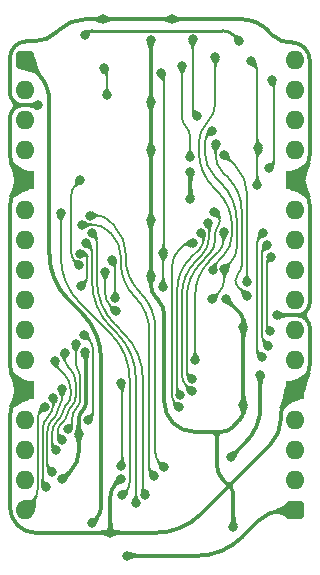
<source format=gbl>
%TF.GenerationSoftware,KiCad,Pcbnew,8.0.7*%
%TF.CreationDate,2025-01-16T10:44:44+02:00*%
%TF.ProjectId,Video Pixel Advance,56696465-6f20-4506-9978-656c20416476,V0*%
%TF.SameCoordinates,Original*%
%TF.FileFunction,Copper,L2,Bot*%
%TF.FilePolarity,Positive*%
%FSLAX46Y46*%
G04 Gerber Fmt 4.6, Leading zero omitted, Abs format (unit mm)*
G04 Created by KiCad (PCBNEW 8.0.7) date 2025-01-16 10:44:44*
%MOMM*%
%LPD*%
G01*
G04 APERTURE LIST*
G04 Aperture macros list*
%AMRoundRect*
0 Rectangle with rounded corners*
0 $1 Rounding radius*
0 $2 $3 $4 $5 $6 $7 $8 $9 X,Y pos of 4 corners*
0 Add a 4 corners polygon primitive as box body*
4,1,4,$2,$3,$4,$5,$6,$7,$8,$9,$2,$3,0*
0 Add four circle primitives for the rounded corners*
1,1,$1+$1,$2,$3*
1,1,$1+$1,$4,$5*
1,1,$1+$1,$6,$7*
1,1,$1+$1,$8,$9*
0 Add four rect primitives between the rounded corners*
20,1,$1+$1,$2,$3,$4,$5,0*
20,1,$1+$1,$4,$5,$6,$7,0*
20,1,$1+$1,$6,$7,$8,$9,0*
20,1,$1+$1,$8,$9,$2,$3,0*%
G04 Aperture macros list end*
%TA.AperFunction,ComponentPad*%
%ADD10O,1.600000X1.600000*%
%TD*%
%TA.AperFunction,ComponentPad*%
%ADD11R,1.600000X1.600000*%
%TD*%
%TA.AperFunction,ComponentPad*%
%ADD12RoundRect,0.400000X-0.400000X-0.400000X0.400000X-0.400000X0.400000X0.400000X-0.400000X0.400000X0*%
%TD*%
%TA.AperFunction,ViaPad*%
%ADD13C,0.800000*%
%TD*%
%TA.AperFunction,Conductor*%
%ADD14C,0.380000*%
%TD*%
%TA.AperFunction,Conductor*%
%ADD15C,0.200000*%
%TD*%
%TA.AperFunction,Conductor*%
%ADD16C,0.250000*%
%TD*%
G04 APERTURE END LIST*
D10*
%TO.P,J1,32,Pin_32*%
%TO.N,/CEP*%
X22860000Y0D03*
%TO.P,J1,31,Pin_31*%
%TO.N,/Selected Pattern*%
X22860000Y-2540000D03*
%TO.P,J1,30,Pin_30*%
%TO.N,/TC*%
X22860000Y-5080000D03*
%TO.P,J1,29,Pin_29*%
%TO.N,unconnected-(J1-Pin_29-Pad29)*%
X22860000Y-7620000D03*
D11*
%TO.P,J1,28,Pin_28*%
%TO.N,/GND*%
X22860000Y-10160000D03*
D10*
%TO.P,J1,27,Pin_27*%
%TO.N,unconnected-(J1-Pin_27-Pad27)*%
X22860000Y-12700000D03*
%TO.P,J1,26,Pin_26*%
%TO.N,unconnected-(J1-Pin_26-Pad26)*%
X22860000Y-15240000D03*
%TO.P,J1,25,Pin_25*%
%TO.N,unconnected-(J1-Pin_25-Pad25)*%
X22860000Y-17780000D03*
%TO.P,J1,24,Pin_24*%
%TO.N,unconnected-(J1-Pin_24-Pad24)*%
X22860000Y-20320000D03*
%TO.P,J1,23,Pin_23*%
%TO.N,unconnected-(J1-Pin_23-Pad23)*%
X22860000Y-22860000D03*
%TO.P,J1,22,Pin_22*%
%TO.N,unconnected-(J1-Pin_22-Pad22)*%
X22860000Y-25400000D03*
D11*
%TO.P,J1,21,Pin_21*%
%TO.N,/GND*%
X22860000Y-27940000D03*
D10*
%TO.P,J1,20,Pin_20*%
%TO.N,unconnected-(J1-Pin_20-Pad20)*%
X22860000Y-30480000D03*
%TO.P,J1,19,Pin_19*%
%TO.N,unconnected-(J1-Pin_19-Pad19)*%
X22860000Y-33020000D03*
%TO.P,J1,18,Pin_18*%
%TO.N,unconnected-(J1-Pin_18-Pad18)*%
X22860000Y-35560000D03*
D12*
%TO.P,J1,17,Pin_17*%
%TO.N,/5V*%
X22860000Y-38100000D03*
D10*
%TO.P,J1,16,Pin_16*%
%TO.N,/D0*%
X0Y-38100000D03*
%TO.P,J1,15,Pin_15*%
%TO.N,/D1*%
X0Y-35560000D03*
%TO.P,J1,14,Pin_14*%
%TO.N,/D2*%
X0Y-33020000D03*
%TO.P,J1,13,Pin_13*%
%TO.N,/D3*%
X0Y-30480000D03*
D11*
%TO.P,J1,12,Pin_12*%
%TO.N,/GND*%
X0Y-27940000D03*
D10*
%TO.P,J1,11,Pin_11*%
%TO.N,/D4*%
X0Y-25400000D03*
%TO.P,J1,10,Pin_10*%
%TO.N,/D5*%
X0Y-22860000D03*
%TO.P,J1,9,Pin_9*%
%TO.N,/D6*%
X0Y-20320000D03*
%TO.P,J1,8,Pin_8*%
%TO.N,/D7*%
X0Y-17780000D03*
%TO.P,J1,7,Pin_7*%
%TO.N,/Write Pattern High*%
X0Y-15240000D03*
%TO.P,J1,6,Pin_6*%
%TO.N,/Write Pattern Low*%
X0Y-12700000D03*
D11*
%TO.P,J1,5,Pin_5*%
%TO.N,/GND*%
X0Y-10160000D03*
D10*
%TO.P,J1,4,Pin_4*%
%TO.N,/CLK*%
X0Y-7620000D03*
%TO.P,J1,3,Pin_3*%
%TO.N,/Enable Pattern*%
X0Y-5080000D03*
%TO.P,J1,2,Pin_2*%
%TO.N,/~{Reset}*%
X0Y-2540000D03*
D12*
%TO.P,J1,1,Pin_1*%
%TO.N,/5V*%
X0Y0D03*
%TD*%
D13*
%TO.N,/GND*%
X17018000Y-20193000D03*
%TO.N,/Q0*%
X15875503Y-20238444D03*
%TO.N,/5V*%
X5689600Y-39166800D03*
X8686800Y-41960800D03*
%TO.N,/GND*%
X4566516Y-31627978D03*
X14020800Y-9448800D03*
X1143000Y-3810000D03*
X10668000Y-18288000D03*
X10668002Y-13569490D03*
X18491204Y-29210000D03*
X10668003Y1676771D03*
X17653000Y-39497000D03*
X18491200Y-22606000D03*
X10677813Y-7579013D03*
X7239000Y-40005000D03*
X8104466Y-35465997D03*
X21336000Y-21590000D03*
X14020800Y-11734800D03*
X5080000Y-24720402D03*
X12471215Y3479985D03*
X6604000Y3479985D03*
X3175000Y-35483800D03*
X10668000Y-3556000D03*
%TO.N,/3.3V*%
X19939000Y-26625000D03*
X17457859Y-33592074D03*
%TO.N,/Selected Pattern*%
X6943360Y-2968000D03*
X6690189Y-693000D03*
%TO.N,/Y*%
X11514247Y-1058753D03*
X11684000Y-19177000D03*
X11717959Y-16319055D03*
X4721472Y-19154532D03*
X4695051Y-16367943D03*
%TO.N,/CEP*%
X13982000Y-8229600D03*
X13309602Y-495000D03*
%TO.N,/TC*%
X14556000Y-4718169D03*
X14208483Y1771000D03*
%TO.N,/RPS8*%
X11759000Y-34431000D03*
X5553835Y-13148065D03*
%TO.N,/RPS9*%
X10922000Y-35179000D03*
X4859099Y-13939638D03*
%TO.N,/RPS10*%
X10199355Y-36786520D03*
X5658606Y-14615570D03*
%TO.N,/RPS11*%
X5188968Y-15498432D03*
X9398000Y-37465000D03*
%TO.N,/Q0*%
X15875000Y-5969000D03*
X16891000Y-17653000D03*
X7637828Y-20132766D03*
X7366000Y-16954000D03*
%TO.N,/Q1*%
X16141000Y-7112000D03*
X7702400Y-21258000D03*
X18796000Y-19939000D03*
X6790718Y-17948535D03*
%TO.N,/Q2*%
X18796000Y-18795996D03*
X16890994Y-8001000D03*
%TO.N,/Q3*%
X4590718Y-17365885D03*
X4678398Y-10180602D03*
X19647084Y-10553516D03*
X19765330Y-7439000D03*
X19151600Y-101600D03*
%TO.N,/RPS0*%
X20874518Y-16659320D03*
X20785000Y-22961264D03*
%TO.N,/RPS1*%
X20624800Y-24180800D03*
X20485603Y-15683997D03*
%TO.N,/RPS2*%
X20193000Y-14605000D03*
X20066000Y-25146000D03*
%TO.N,/RPS3*%
X16826000Y-14577483D03*
X14413620Y-25368994D03*
%TO.N,/RPS4*%
X14123813Y-27019348D03*
X16052800Y-12852400D03*
%TO.N,/RPS5*%
X15504304Y-13751054D03*
X14112707Y-28029757D03*
%TO.N,/RPS6*%
X14921000Y-14598297D03*
X13173746Y-28373788D03*
%TO.N,/RPS7*%
X14215552Y-15518000D03*
X13024492Y-29365026D03*
%TO.N,/Write Pattern Low*%
X3047994Y-12954000D03*
X8230002Y-36830000D03*
%TO.N,/D0*%
X1677176Y-29335336D03*
%TO.N,/D1*%
X2402563Y-28611884D03*
X1800000Y-36118800D03*
%TO.N,/D2*%
X2304688Y-34853393D03*
X3143223Y-27861884D03*
%TO.N,/D3*%
X8173750Y-34381000D03*
X8143968Y-27342623D03*
%TO.N,/D4*%
X2527080Y-25430147D03*
X2667000Y-33020000D03*
%TO.N,/D5*%
X3370207Y-24765000D03*
X3114215Y-32125570D03*
%TO.N,/D6*%
X4318000Y-24020402D03*
X3648441Y-31231565D03*
%TO.N,/D7*%
X5031164Y-23238000D03*
X5367213Y-30443848D03*
%TO.N,/~{TC}*%
X18161000Y1651000D03*
X5080000Y2159000D03*
%TO.N,/~{PE}*%
X20700998Y-9144000D03*
X20936537Y-1683715D03*
%TO.N,/~{Q3}*%
X15901048Y-17794422D03*
X16129000Y255000D03*
%TD*%
D14*
%TO.N,/3.3V*%
X19939000Y-29356501D02*
G75*
G02*
X18698434Y-32351508I-4235600J1D01*
G01*
%TO.N,/GND*%
X17475200Y-36220400D02*
G75*
G02*
X17652980Y-36649647I-429200J-429200D01*
G01*
X-1270000Y-37836974D02*
G75*
G03*
X-634998Y-39369999I2168030J4D01*
G01*
X133997Y1590556D02*
G75*
G03*
X-858778Y1179336I3J-1404006D01*
G01*
X-635000Y-9525000D02*
G75*
G02*
X-635000Y-10795000I-634999J-635000D01*
G01*
X2757832Y2427817D02*
G75*
G02*
X736507Y1590556I-2021325J2021323D01*
G01*
X23679150Y1060450D02*
G75*
G02*
X24130001Y-27998I-1088450J-1088450D01*
G01*
X24130000Y-25771974D02*
G75*
G02*
X23495001Y-27305001I-2168040J4D01*
G01*
X17528067Y-31112931D02*
G75*
G02*
X16725902Y-31445210I-802167J802131D01*
G01*
X11811000Y-28930290D02*
G75*
G03*
X12547597Y-30708603I2514900J-10D01*
G01*
X5183223Y-28924699D02*
G75*
G02*
X4874878Y-29669139I-1052823J-1D01*
G01*
X5131611Y-24772013D02*
G75*
G02*
X5183210Y-24896614I-124611J-124587D01*
G01*
X24130000Y-7991974D02*
G75*
G02*
X23495001Y-9525001I-2168040J4D01*
G01*
X23495000Y-10795000D02*
G75*
G02*
X24129989Y-12328025I-1533000J-1533000D01*
G01*
X17119599Y-36220399D02*
G75*
G03*
X17119599Y-35864801I-177799J177799D01*
G01*
X17475200Y-36220400D02*
G75*
G03*
X17119600Y-36220400I-177800J-177800D01*
G01*
X17475199Y-35864799D02*
G75*
G03*
X17475199Y-36220401I177801J-177801D01*
G01*
X17119600Y-35864800D02*
G75*
G03*
X17475200Y-35864800I177800J177800D01*
G01*
X18491204Y-29679898D02*
G75*
G02*
X18158930Y-30482059I-1134404J-2D01*
G01*
X23045987Y-21590000D02*
G75*
G03*
X23812504Y-21272504I13J1084000D01*
G01*
X23812500Y-21907500D02*
G75*
G03*
X23045987Y-21590005I-766500J-766500D01*
G01*
X23812500Y-21272500D02*
G75*
G03*
X23812500Y-21907500I317500J-317500D01*
G01*
X-1270000Y-2725987D02*
G75*
G03*
X-952500Y-3492500I1084022J4D01*
G01*
X-1270000Y-25771974D02*
G75*
G03*
X-635001Y-27305001I2168040J4D01*
G01*
X-635000Y-28575000D02*
G75*
G03*
X-1270002Y-30108025I1533030J-1533030D01*
G01*
X23679150Y1060450D02*
G75*
G03*
X22590701Y1511301I-1088450J-1088450D01*
G01*
X16256004Y-31915098D02*
G75*
G03*
X15786106Y-31445196I-469904J-2D01*
G01*
X16725902Y-31445200D02*
G75*
G03*
X16256000Y-31915098I-2J-469900D01*
G01*
X23812500Y-21907500D02*
G75*
G02*
X24129995Y-22674012I-766500J-766500D01*
G01*
X11239500Y-20256500D02*
G75*
G02*
X11810990Y-21636223I-1379700J-1379700D01*
G01*
X10668000Y-18986500D02*
G75*
G03*
X11161920Y-20178908I1686300J0D01*
G01*
X-635000Y-10795000D02*
G75*
G03*
X-1270002Y-12328025I1533030J-1533030D01*
G01*
X-1270000Y-7991974D02*
G75*
G03*
X-635001Y-9525001I2168040J4D01*
G01*
X-634999Y-39370000D02*
G75*
G03*
X898025Y-40005001I1533029J1533030D01*
G01*
X5146027Y3479985D02*
G75*
G03*
X2865287Y2535270I3J-3225455D01*
G01*
X-952500Y-4127500D02*
G75*
G03*
X-952500Y-3492500I-317499J317500D01*
G01*
X-185987Y-3810000D02*
G75*
G03*
X-952500Y-4127500I-1J-1084011D01*
G01*
X-952500Y-3492500D02*
G75*
G03*
X-185987Y-3810000I766517J766522D01*
G01*
X14928792Y-38411207D02*
G75*
G02*
X11081036Y-40005001I-3847762J3847767D01*
G01*
X10668000Y-7562261D02*
G75*
G03*
X10672877Y-7574135I16800J-39D01*
G01*
X4566516Y-33108333D02*
G75*
G02*
X3870758Y-34788042I-2375476J3D01*
G01*
X20618357Y2495642D02*
G75*
G03*
X18241944Y3479985I-2376417J-2376422D01*
G01*
X7671733Y-35898730D02*
G75*
G03*
X7239016Y-36943439I1044667J-1044670D01*
G01*
X18158930Y-21333930D02*
G75*
G02*
X18491211Y-22136100I-802130J-802170D01*
G01*
X-952500Y-4127500D02*
G75*
G03*
X-1270000Y-4894012I766513J-766513D01*
G01*
X-858778Y1179336D02*
G75*
G03*
X-1270003Y186560I992788J-992786D01*
G01*
X10672907Y-7583918D02*
G75*
G03*
X10667959Y-7595761I11793J-11882D01*
G01*
X16256004Y-34264825D02*
G75*
G03*
X16776710Y-35521894I1777796J25D01*
G01*
X4874869Y-29669130D02*
G75*
G03*
X4566488Y-30413561I744431J-744470D01*
G01*
X21670000Y-30400000D02*
G75*
G02*
X20771985Y-32568036I-3066100J0D01*
G01*
X24130000Y-20505987D02*
G75*
G02*
X23812504Y-21272504I-1084000J-13D01*
G01*
X22265000Y-28535000D02*
G75*
G03*
X21669982Y-29971457I1436500J-1436500D01*
G01*
X21027963Y2086036D02*
G75*
G03*
X22415500Y1511307I1387537J1387564D01*
G01*
X12547600Y-30708600D02*
G75*
G03*
X14325909Y-31445196I1778300J1778300D01*
G01*
X15786106Y-31445200D02*
X16725902Y-31445200D01*
%TO.N,/5V*%
X18408592Y-40367006D02*
G75*
G02*
X14560836Y-41960803I-3847762J3847756D01*
G01*
X2082800Y-16409922D02*
G75*
G03*
X3676593Y-20257677I5441550J2D01*
G01*
X4857807Y-21438893D02*
G75*
G02*
X6451600Y-25286649I-3847757J-3847757D01*
G01*
X6451600Y-37865984D02*
G75*
G02*
X6070599Y-38785799I-1300820J4D01*
G01*
X1041400Y-1041400D02*
G75*
G02*
X2082800Y-3555562I-2514171J-2514166D01*
G01*
X21742400Y-38150800D02*
G75*
G03*
X19834543Y-38941068I0J-2698100D01*
G01*
D15*
%TO.N,/~{Q3}*%
X16301540Y-11094540D02*
G75*
G02*
X17545206Y-14097000I-3002440J-3002460D01*
G01*
X15430500Y-5270500D02*
G75*
G03*
X14732012Y-6956828I1686300J-1686300D01*
G01*
X17545200Y-14693208D02*
G75*
G02*
X16723111Y-16677863I-2806700J8D01*
G01*
X16005158Y-17395841D02*
G75*
G03*
X15901037Y-17647187I251342J-251359D01*
G01*
X14732000Y-7747000D02*
G75*
G03*
X15989229Y-10782241I4292500J0D01*
G01*
X16129000Y-3584171D02*
G75*
G02*
X15430502Y-5270502I-2384840J1D01*
G01*
%TO.N,/~{PE}*%
X21082000Y-8493588D02*
G75*
G02*
X20891502Y-8953502I-650400J-12D01*
G01*
X21009268Y-1756446D02*
G75*
G02*
X21081981Y-1932035I-175568J-175554D01*
G01*
D16*
%TO.N,/~{TC}*%
X17738500Y2073500D02*
G75*
G03*
X16718494Y2495998I-1020000J-1020000D01*
G01*
X5655294Y2496000D02*
G75*
G03*
X5248501Y2327499I6J-575300D01*
G01*
D15*
%TO.N,/D7*%
X5405582Y-23612418D02*
G75*
G02*
X5780003Y-24516343I-903932J-903932D01*
G01*
X5780000Y-29739176D02*
G75*
G02*
X5573605Y-30237453I-704680J6D01*
G01*
%TO.N,/D6*%
X4013000Y-30609223D02*
G75*
G02*
X3830720Y-31049285I-622350J3D01*
G01*
X4318000Y-25781307D02*
G75*
G03*
X4505624Y-26234228I640500J7D01*
G01*
X4693223Y-28653719D02*
G75*
G02*
X4353109Y-29474819I-1161223J9D01*
G01*
X4505611Y-26234241D02*
G75*
G02*
X4693247Y-26687175I-452911J-452959D01*
G01*
X4353111Y-29474821D02*
G75*
G03*
X4013012Y-30295923I821089J-821079D01*
G01*
%TO.N,/D5*%
X3613000Y-29937966D02*
G75*
G02*
X3408843Y-30430840I-697040J6D01*
G01*
X2794000Y-31578928D02*
G75*
G03*
X2954107Y-31965462I546640J-2D01*
G01*
X3370207Y-25214761D02*
G75*
G03*
X3688236Y-25982551I1085823J1D01*
G01*
X3831715Y-26126030D02*
G75*
G02*
X4293206Y-27240210I-1114215J-1114170D01*
G01*
X3817155Y-29445091D02*
G75*
G03*
X3612967Y-29937966I492845J-492909D01*
G01*
X4293223Y-28488033D02*
G75*
G02*
X3953112Y-29309136I-1161223J3D01*
G01*
X3062583Y-30777102D02*
G75*
G03*
X2794013Y-31425520I648417J-648398D01*
G01*
%TO.N,/D4*%
X3417155Y-29279405D02*
G75*
G03*
X3212977Y-29772280I492845J-492895D01*
G01*
X2300000Y-32393491D02*
G75*
G03*
X2483498Y-32836502I626500J-9D01*
G01*
X3893223Y-28322347D02*
G75*
G02*
X3553110Y-29143448I-1161223J7D01*
G01*
X3213000Y-29772280D02*
G75*
G02*
X3008846Y-30265157I-697040J0D01*
G01*
X2756500Y-30517500D02*
G75*
G03*
X2299995Y-31619588I1102100J-1102100D01*
G01*
X2527080Y-25599113D02*
G75*
G03*
X2646564Y-25887550I407920J13D01*
G01*
X3303101Y-26544101D02*
G75*
G02*
X3893222Y-27968780I-1424681J-1424679D01*
G01*
%TO.N,/D3*%
X8199484Y-27398139D02*
G75*
G02*
X8255007Y-27532166I-134084J-134061D01*
G01*
X8255000Y-34242297D02*
G75*
G02*
X8214376Y-34340376I-138700J-3D01*
G01*
%TO.N,/D2*%
X2813000Y-29600780D02*
G75*
G02*
X2612954Y-30083729I-683010J10D01*
G01*
X2356500Y-30340186D02*
G75*
G03*
X1900001Y-31442274I1102080J-1102084D01*
G01*
X2978111Y-29152763D02*
G75*
G03*
X2812976Y-29551377I398589J-398637D01*
G01*
X3143223Y-28754149D02*
G75*
G02*
X2978108Y-29152760I-563733J9D01*
G01*
X1900000Y-34162547D02*
G75*
G03*
X2102344Y-34651049I690840J-3D01*
G01*
%TO.N,/D1*%
X1951281Y-30179718D02*
G75*
G03*
X1499998Y-31269208I1089489J-1089492D01*
G01*
X1500000Y-35606667D02*
G75*
G03*
X1649999Y-35968801I512130J-3D01*
G01*
X2402563Y-29170160D02*
G75*
G02*
X2007801Y-30123198I-1347808J4D01*
G01*
%TO.N,/D0*%
X1388588Y-29623924D02*
G75*
G03*
X1100002Y-30320637I696702J-696706D01*
G01*
X1100000Y-36222182D02*
G75*
G02*
X550000Y-37550000I-1877826J3D01*
G01*
%TO.N,/Write Pattern Low*%
X8873746Y-35731060D02*
G75*
G02*
X8551875Y-36508129I-1098946J0D01*
G01*
X7279953Y-23168074D02*
G75*
G02*
X8873744Y-27015830I-3847763J-3847756D01*
G01*
X3047994Y-16682151D02*
G75*
G03*
X4641785Y-20529908I5441556J1D01*
G01*
%TO.N,/RPS7*%
X13024163Y-16068417D02*
G75*
G03*
X12473779Y-17397242I1328837J-1328783D01*
G01*
X13895066Y-15518000D02*
G75*
G03*
X13347984Y-15744638I34J-773700D01*
G01*
X12473746Y-28424843D02*
G75*
G03*
X12749121Y-29089651I940184J3D01*
G01*
%TO.N,/RPS6*%
X15017000Y-14694297D02*
G75*
G02*
X15113017Y-14926061I-231800J-231803D01*
G01*
X14004670Y-16765610D02*
G75*
G03*
X12896342Y-19441353I2675740J-2675740D01*
G01*
X15113000Y-15223789D02*
G75*
G02*
X14806471Y-15963804I-1046500J-11D01*
G01*
X12896342Y-27900229D02*
G75*
G03*
X13035059Y-28235071I473558J29D01*
G01*
%TO.N,/RPS5*%
X14458670Y-17037328D02*
G75*
G03*
X13296340Y-19843439I2806110J-2806112D01*
G01*
X15621000Y-14871375D02*
G75*
G02*
X14911328Y-16584669I-2422970J5D01*
G01*
X13296342Y-26636134D02*
G75*
G03*
X13704525Y-27621573I1393628J4D01*
G01*
X15562652Y-13809402D02*
G75*
G02*
X15621027Y-13950266I-140852J-140898D01*
G01*
%TO.N,/RPS4*%
X16510000Y-13632003D02*
G75*
G02*
X16317992Y-14095525I-655500J3D01*
G01*
X16300012Y-13099612D02*
G75*
G02*
X16510036Y-13606566I-506912J-506988D01*
G01*
X14919809Y-17141875D02*
G75*
G03*
X13713599Y-20053876I2911991J-2912025D01*
G01*
X16126000Y-15111609D02*
G75*
G02*
X15543285Y-16518392I-1989500J9D01*
G01*
X16318000Y-14095533D02*
G75*
G03*
X16125965Y-14559062I463500J-463567D01*
G01*
X13713620Y-26319104D02*
G75*
G03*
X13918711Y-26814256I700280J4D01*
G01*
%TO.N,/RPS3*%
X15619809Y-17019189D02*
G75*
G03*
X14413609Y-19931190I2911991J-2912011D01*
G01*
X16826000Y-15195241D02*
G75*
G02*
X16389180Y-16249823I-1491410J1D01*
G01*
%TO.N,/RPS2*%
X19666000Y-24463157D02*
G75*
G03*
X19865987Y-24946013I682800J-43D01*
G01*
X19929500Y-14868500D02*
G75*
G03*
X19666019Y-15504645I636100J-636100D01*
G01*
%TO.N,/RPS1*%
X20066000Y-23226868D02*
G75*
G03*
X20345391Y-23901409I953900J-32D01*
G01*
X20275801Y-15893798D02*
G75*
G03*
X20066000Y-16400304I506499J-506502D01*
G01*
%TO.N,/RPS0*%
X20679759Y-16854079D02*
G75*
G03*
X20484964Y-17324268I470141J-470221D01*
G01*
X20485000Y-22449131D02*
G75*
G03*
X20635023Y-22811241I512100J31D01*
G01*
%TO.N,/Q3*%
X4299182Y-10559817D02*
G75*
G03*
X3919987Y-11475324I915518J-915483D01*
G01*
X19418300Y-368299D02*
G75*
G02*
X19685013Y-1012170I-643900J-643901D01*
G01*
X19698165Y-7493000D02*
G75*
G03*
X19685000Y-7506165I35J-13200D01*
G01*
X19685000Y-7479835D02*
G75*
G03*
X19698165Y-7493000I13200J35D01*
G01*
X3919967Y-16220841D02*
G75*
G03*
X4255343Y-17030508I1145043J1D01*
G01*
X19685000Y-10488789D02*
G75*
G02*
X19666042Y-10534558I-64700J-11D01*
G01*
X19720639Y-7483690D02*
G75*
G02*
X19698165Y-7492970I-22439J22490D01*
G01*
X19685000Y-7506165D02*
X19685000Y-7479835D01*
%TO.N,/Q2*%
X17843497Y-8953503D02*
G75*
G02*
X18796001Y-11253048I-2299547J-2299547D01*
G01*
%TO.N,/Q1*%
X18345200Y-17394173D02*
G75*
G02*
X18086191Y-18019499I-884300J-27D01*
G01*
X17827169Y-18624338D02*
G75*
G03*
X18071723Y-19214693I834931J38D01*
G01*
X17243100Y-10004100D02*
G75*
G02*
X18345198Y-12664804I-2660700J-2660700D01*
G01*
X16141000Y-8007000D02*
G75*
G03*
X16773864Y-9534856I2160700J0D01*
G01*
X6790718Y-19701661D02*
G75*
G03*
X7246559Y-20802159I1556342J1D01*
G01*
X18071708Y-18033968D02*
G75*
G03*
X17827202Y-18624338I590392J-590332D01*
G01*
%TO.N,/Q0*%
X17945200Y-15853368D02*
G75*
G02*
X17418103Y-17125903I-1799640J-2D01*
G01*
X15557500Y-6286500D02*
G75*
G03*
X15240005Y-7053012I766500J-766500D01*
G01*
X7501914Y-17089914D02*
G75*
G02*
X7637803Y-17418039I-328114J-328086D01*
G01*
X15240000Y-7810500D02*
G75*
G03*
X16093134Y-9870114I2912700J0D01*
G01*
X16592600Y-10369600D02*
G75*
G02*
X17945202Y-13635065I-3265470J-3265470D01*
G01*
X16891000Y-18504882D02*
G75*
G02*
X16383268Y-19730712I-1733600J-18D01*
G01*
%TO.N,/RPS11*%
X5690718Y-18759189D02*
G75*
G03*
X7284509Y-22606946I5441552J-1D01*
G01*
X7804205Y-23126640D02*
G75*
G02*
X9397998Y-26974396I-3847765J-3847760D01*
G01*
X5439843Y-15749307D02*
G75*
G02*
X5690744Y-16354972I-605643J-605693D01*
G01*
%TO.N,/RPS10*%
X9995000Y-36437664D02*
G75*
G03*
X10097171Y-36684348I348800J-36D01*
G01*
X6090718Y-18593504D02*
G75*
G03*
X7684512Y-22441258I5441552J4D01*
G01*
X8401207Y-23157957D02*
G75*
G02*
X9995004Y-27005713I-3847757J-3847763D01*
G01*
X5874662Y-14831626D02*
G75*
G02*
X6090679Y-15353231I-521662J-521574D01*
G01*
%TO.N,/RPS9*%
X8128000Y-17173843D02*
G75*
G03*
X9315829Y-20041513I4055500J3D01*
G01*
X7338785Y-14704785D02*
G75*
G02*
X8128001Y-16610118I-1905335J-1905335D01*
G01*
X9334500Y-20060186D02*
G75*
G02*
X10541000Y-22972934I-2912760J-2912754D01*
G01*
X4900185Y-13915570D02*
G75*
G03*
X4871152Y-13927623I15J-41030D01*
G01*
X7138732Y-14504732D02*
G75*
G03*
X5716368Y-13915569I-1422362J-1422358D01*
G01*
X10541000Y-34528592D02*
G75*
G03*
X10731498Y-34988502I650400J-8D01*
G01*
%TO.N,/RPS8*%
X9788500Y-19694500D02*
G75*
G02*
X11048993Y-22737616I-3043100J-3043100D01*
G01*
X7066065Y-13543065D02*
G75*
G03*
X6112450Y-13148065I-953615J-953615D01*
G01*
X7599532Y-14076532D02*
G75*
G02*
X8528001Y-16318051I-2241512J-2241518D01*
G01*
X8528000Y-16719500D02*
G75*
G03*
X9740328Y-19646340I4139200J0D01*
G01*
X11049000Y-33218954D02*
G75*
G03*
X11404001Y-34075999I1212050J4D01*
G01*
%TO.N,/TC*%
X14208483Y-4124920D02*
G75*
G03*
X14382258Y-4544393I593217J20D01*
G01*
%TO.N,/CEP*%
X13645801Y-5644801D02*
G75*
G02*
X13982017Y-6456457I-811701J-811699D01*
G01*
X13309602Y-4833144D02*
G75*
G03*
X13645803Y-5644799I1147858J4D01*
G01*
%TO.N,/Y*%
X11630789Y-1175295D02*
G75*
G02*
X11747355Y-1456652I-281389J-281405D01*
G01*
X5177830Y-16480830D02*
G75*
G02*
X5290744Y-16753365I-272530J-272570D01*
G01*
X11717959Y-19119028D02*
G75*
G02*
X11700963Y-19160004I-57959J28D01*
G01*
X5177830Y-16480830D02*
G75*
G03*
X4905295Y-16367956I-272530J-272570D01*
G01*
X11747331Y-16268913D02*
G75*
G02*
X11732636Y-16304360I-50131J13D01*
G01*
X5290718Y-18182768D02*
G75*
G02*
X5006094Y-18869908I-971778J8D01*
G01*
%TO.N,/Selected Pattern*%
X6816774Y-819585D02*
G75*
G02*
X6943376Y-1125189I-305574J-305615D01*
G01*
D14*
%TO.N,/GND*%
X18158930Y-21333930D02*
X17018000Y-20193000D01*
X18491200Y-22606000D02*
X18491200Y-22136100D01*
X18491204Y-29210000D02*
X18491200Y-29209996D01*
X18491200Y-22606000D02*
X18491200Y-29209996D01*
X18491204Y-29679898D02*
X18491204Y-29210000D01*
X17528067Y-31112931D02*
X18158935Y-30482064D01*
X10668000Y-18288000D02*
X10668000Y-18986500D01*
X11239500Y-20256500D02*
X11161914Y-20178914D01*
X15786106Y-31445200D02*
X14325909Y-31445200D01*
X11811000Y-28930290D02*
X11811000Y-21636223D01*
D15*
%TO.N,/RPS6*%
X12896342Y-19441353D02*
X12896342Y-27900229D01*
X14004670Y-16765610D02*
X14806474Y-15963807D01*
X15113000Y-14926061D02*
X15113000Y-15223789D01*
X13035044Y-28235086D02*
X13173746Y-28373788D01*
X15017000Y-14694297D02*
X14921000Y-14598297D01*
%TO.N,/RPS5*%
X13704524Y-27621574D02*
X14112707Y-28029757D01*
X13296342Y-19843439D02*
X13296342Y-26636134D01*
X14458670Y-17037328D02*
X14911329Y-16584670D01*
X15621000Y-14871375D02*
X15621000Y-13950266D01*
X15504304Y-13751054D02*
X15562652Y-13809402D01*
%TO.N,/RPS4*%
X14919809Y-17141875D02*
X15543289Y-16518396D01*
X16510000Y-13632003D02*
X16510000Y-13606566D01*
X13713620Y-20053876D02*
X13713620Y-26319104D01*
X14123813Y-27019348D02*
X13918716Y-26814251D01*
X16052800Y-12852400D02*
X16300012Y-13099612D01*
X16126000Y-15111609D02*
X16126000Y-14559062D01*
%TO.N,/RPS3*%
X14413620Y-25368994D02*
X14413620Y-19931190D01*
X15619809Y-17019189D02*
X16389178Y-16249821D01*
X16826000Y-15195241D02*
X16826000Y-14577483D01*
%TO.N,/Q0*%
X16891000Y-17653000D02*
X16891000Y-18504882D01*
X15875503Y-20238444D02*
X16383251Y-19730695D01*
X16891000Y-17653000D02*
X17418100Y-17125900D01*
X17945200Y-15853368D02*
X17945200Y-13635065D01*
X16093124Y-9870124D02*
X16592600Y-10369600D01*
X15875000Y-5969000D02*
X15557500Y-6286500D01*
X15240000Y-7053012D02*
X15240000Y-7810500D01*
%TO.N,/Q2*%
X18796000Y-18795996D02*
X18796000Y-11253048D01*
X17843497Y-8953503D02*
X16890994Y-8001000D01*
%TO.N,/Q1*%
X17243100Y-10004100D02*
X16773860Y-9534860D01*
X18796000Y-19939000D02*
X18071708Y-19214708D01*
X16141000Y-8007000D02*
X16141000Y-7112000D01*
X18086184Y-18019492D02*
X18071708Y-18033968D01*
X18345200Y-17394173D02*
X18345200Y-12664804D01*
D14*
%TO.N,/GND*%
X2757832Y2427817D02*
X2865286Y2535271D01*
X6604000Y3479985D02*
X5146027Y3479985D01*
X133997Y1590556D02*
X736507Y1590556D01*
X-1270000Y-2725987D02*
X-1270000Y186560D01*
D15*
%TO.N,/RPS2*%
X19929500Y-14868500D02*
X20193000Y-14605000D01*
X19666000Y-24463157D02*
X19666000Y-15504645D01*
X20066000Y-25146000D02*
X19866000Y-24946000D01*
%TO.N,/RPS1*%
X20485603Y-15683997D02*
X20275801Y-15893798D01*
X20066000Y-23226868D02*
X20066000Y-16400304D01*
X20345400Y-23901400D02*
X20624800Y-24180800D01*
%TO.N,/RPS0*%
X20874518Y-16659320D02*
X20679759Y-16854079D01*
X20485000Y-17324268D02*
X20485000Y-22449131D01*
X20785000Y-22961264D02*
X20635000Y-22811264D01*
%TO.N,/Y*%
X11700979Y-19160020D02*
X11684000Y-19177000D01*
X11717959Y-16319055D02*
X11717959Y-19119028D01*
X11717959Y-16319055D02*
X11732645Y-16304369D01*
X11630789Y-1175295D02*
X11514247Y-1058753D01*
X11747331Y-1456652D02*
X11747331Y-16268913D01*
%TO.N,/RPS7*%
X13024492Y-29365026D02*
X12749119Y-29089653D01*
X13024163Y-16068417D02*
X13347963Y-15744617D01*
X12473746Y-17397242D02*
X12473746Y-28424843D01*
X13895066Y-15518000D02*
X14215552Y-15518000D01*
%TO.N,/D1*%
X1951281Y-30179718D02*
X2007801Y-30123198D01*
X2402563Y-28611884D02*
X2402563Y-29170160D01*
%TO.N,/D2*%
X2813000Y-29600780D02*
X2813000Y-29551377D01*
X3143223Y-28754149D02*
X3143223Y-27861884D01*
%TO.N,/D1*%
X1800000Y-36118800D02*
X1650000Y-35968800D01*
%TO.N,/D2*%
X2612955Y-30083730D02*
X2356500Y-30340186D01*
X1900000Y-31442274D02*
X1900000Y-34162547D01*
%TO.N,/D1*%
X1500000Y-31269208D02*
X1500000Y-35606667D01*
%TO.N,/D2*%
X2304688Y-34853393D02*
X2102344Y-34651049D01*
%TO.N,/D6*%
X4318000Y-25781307D02*
X4318000Y-24020402D01*
X3830720Y-31049285D02*
X3648441Y-31231565D01*
%TO.N,/D5*%
X3688236Y-25982551D02*
X3831715Y-26126030D01*
X3408844Y-30430841D02*
X3062583Y-30777102D01*
%TO.N,/D6*%
X4013000Y-30609223D02*
X4013000Y-30295923D01*
%TO.N,/D5*%
X2794000Y-31578928D02*
X2794000Y-31425520D01*
%TO.N,/D4*%
X2527080Y-25430147D02*
X2527080Y-25599113D01*
X2646557Y-25887557D02*
X3303101Y-26544101D01*
X3893223Y-28322347D02*
X3893223Y-27968780D01*
%TO.N,/D6*%
X4693223Y-28653719D02*
X4693223Y-26687175D01*
%TO.N,/D4*%
X3417155Y-29279405D02*
X3553111Y-29143449D01*
X3008844Y-30265155D02*
X2756500Y-30517500D01*
%TO.N,/D5*%
X3370207Y-25214761D02*
X3370207Y-24765000D01*
%TO.N,/D4*%
X2300000Y-32393491D02*
X2300000Y-31619588D01*
X2483500Y-32836500D02*
X2667000Y-33020000D01*
%TO.N,/D5*%
X3817155Y-29445091D02*
X3953111Y-29309135D01*
X2954107Y-31965462D02*
X3114215Y-32125570D01*
X4293223Y-27240210D02*
X4293223Y-28488033D01*
%TO.N,/D0*%
X550000Y-37550000D02*
X0Y-38100000D01*
X1677176Y-29335336D02*
X1388588Y-29623924D01*
X1100000Y-30320637D02*
X1100000Y-36222182D01*
%TO.N,/Y*%
X4721472Y-19154532D02*
X5006095Y-18869909D01*
X5290718Y-16753365D02*
X5290718Y-18182768D01*
X4695051Y-16367943D02*
X4905295Y-16367943D01*
%TO.N,/RPS9*%
X10541000Y-22972934D02*
X10541000Y-34528592D01*
X10922000Y-35179000D02*
X10731500Y-34988500D01*
X9315828Y-20041514D02*
X9334500Y-20060186D01*
X8128000Y-17173843D02*
X8128000Y-16610118D01*
X7338785Y-14704785D02*
X7138732Y-14504732D01*
X4859099Y-13939638D02*
X4871133Y-13927604D01*
X4900185Y-13915570D02*
X5716368Y-13915570D01*
%TO.N,/RPS8*%
X11404000Y-34076000D02*
X11759000Y-34431000D01*
X11049000Y-22737616D02*
X11049000Y-33218954D01*
X9788500Y-19694500D02*
X9740334Y-19646334D01*
X7066065Y-13543065D02*
X7599532Y-14076532D01*
X5553835Y-13148065D02*
X6112450Y-13148065D01*
X8528000Y-16318051D02*
X8528000Y-16719500D01*
D14*
%TO.N,/GND*%
X17119600Y-35864800D02*
X16776702Y-35521902D01*
X16256004Y-31915098D02*
X16256004Y-34264825D01*
%TO.N,/3.3V*%
X19939000Y-26625000D02*
X19939000Y-29356501D01*
X18698429Y-32351503D02*
X17457859Y-33592074D01*
%TO.N,/GND*%
X10668002Y-13569490D02*
X10668002Y-18287998D01*
X10668002Y-18287998D02*
X10668000Y-18288000D01*
X23495000Y-27305000D02*
X23455000Y-27345000D01*
X24130000Y-25771974D02*
X24130000Y-22674012D01*
X23045987Y-21590000D02*
X21336000Y-21590000D01*
X23495000Y-10795000D02*
X22860000Y-10160000D01*
X24130000Y-12328025D02*
X24130000Y-20505987D01*
X10668003Y-3555997D02*
X10668003Y1676771D01*
X10668000Y-3556000D02*
X10668003Y-3555997D01*
X10668000Y-3556000D02*
X10668000Y-7562261D01*
X10672906Y-7574106D02*
X10677813Y-7579013D01*
X23495000Y-9525000D02*
X22860000Y-10160000D01*
X24130000Y-27998D02*
X24130000Y-7991974D01*
X22590701Y1511300D02*
X22415500Y1511300D01*
X20618357Y2495642D02*
X21027963Y2086036D01*
X12471215Y3479985D02*
X18241944Y3479985D01*
D15*
%TO.N,/CEP*%
X13309602Y-495000D02*
X13309602Y-4833144D01*
X13982000Y-6456457D02*
X13982000Y-8229600D01*
D14*
%TO.N,/GND*%
X10677813Y-7579013D02*
X10672907Y-7583918D01*
X10668002Y-13569490D02*
X10668002Y-7595761D01*
D15*
%TO.N,/TC*%
X14556000Y-4718169D02*
X14382241Y-4544410D01*
X14208483Y1771000D02*
X14208483Y-4124920D01*
D14*
%TO.N,/5V*%
X6070600Y-38785800D02*
X5689600Y-39166800D01*
X3676592Y-20257678D02*
X4857807Y-21438893D01*
X8686800Y-41960800D02*
X14560836Y-41960800D01*
X2082800Y-16409922D02*
X2082800Y-3555562D01*
X6451600Y-25286649D02*
X6451600Y-37865984D01*
X1041400Y-1041400D02*
X0Y0D01*
X18408592Y-40367006D02*
X19834537Y-38941062D01*
X21742400Y-38150800D02*
X22860000Y-38150800D01*
%TO.N,/GND*%
X8104466Y-35465997D02*
X7671733Y-35898730D01*
X4566516Y-31627978D02*
X4566516Y-30413561D01*
X11081036Y-40005000D02*
X7239000Y-40005000D01*
X5131611Y-24772013D02*
X5080000Y-24720402D01*
X7239000Y-36943439D02*
X7239000Y-40005000D01*
X21670000Y-30400000D02*
X21670000Y-29971457D01*
X17475199Y-35864799D02*
X20771974Y-32568025D01*
X-1270000Y-37836974D02*
X-1270000Y-30108025D01*
X6604000Y3479985D02*
X12471215Y3479985D01*
X898025Y-40005000D02*
X7239000Y-40005000D01*
X5183223Y-28924699D02*
X5183223Y-24896614D01*
X-185987Y-3810000D02*
X1143000Y-3810000D01*
X3870758Y-34788042D02*
X3175000Y-35483800D01*
X-635000Y-27305000D02*
X0Y-27940000D01*
X17119599Y-36220399D02*
X14928792Y-38411207D01*
X-1270000Y-25771974D02*
X-1270000Y-12328025D01*
X17653000Y-36649647D02*
X17653000Y-39497000D01*
X-635000Y-28575000D02*
X0Y-27940000D01*
X-1270000Y-7991974D02*
X-1270000Y-4894012D01*
X14020800Y-11734800D02*
X14020800Y-9448800D01*
X4566516Y-31627978D02*
X4566516Y-33108333D01*
D15*
%TO.N,/Selected Pattern*%
X6943360Y-2968000D02*
X6943360Y-1125189D01*
X6690189Y-693000D02*
X6816774Y-819585D01*
%TO.N,/Q0*%
X7637828Y-20132766D02*
X7637828Y-17418039D01*
X7366000Y-16954000D02*
X7501914Y-17089914D01*
%TO.N,/Q3*%
X19418300Y-368299D02*
X19151600Y-101600D01*
X4299182Y-10559817D02*
X4678398Y-10180602D01*
X19765330Y-7439000D02*
X19720639Y-7483690D01*
X3919967Y-11475324D02*
X3919967Y-16220841D01*
X19685000Y-7506165D02*
X19685000Y-10488789D01*
X19647084Y-10553516D02*
X19666042Y-10534558D01*
X19685000Y-1012170D02*
X19685000Y-7479835D01*
X4590718Y-17365885D02*
X4255342Y-17030509D01*
%TO.N,/Write Pattern Low*%
X8873746Y-35731060D02*
X8873746Y-27015830D01*
X8230002Y-36830000D02*
X8551874Y-36508128D01*
X7279953Y-23168074D02*
X4641786Y-20529907D01*
X3047994Y-12954000D02*
X3047994Y-16682151D01*
%TO.N,/D3*%
X8214375Y-34340375D02*
X8173750Y-34381000D01*
X8255000Y-27532166D02*
X8255000Y-34242297D01*
X8199484Y-27398139D02*
X8143968Y-27342623D01*
%TO.N,/D7*%
X5780000Y-24516343D02*
X5780000Y-29739176D01*
X5573606Y-30237454D02*
X5367213Y-30443848D01*
X5031164Y-23238000D02*
X5405582Y-23612418D01*
D16*
%TO.N,/~{TC}*%
X17738500Y2073500D02*
X18161000Y1651000D01*
X16718494Y2496000D02*
X5655294Y2496000D01*
X5248500Y2327500D02*
X5080000Y2159000D01*
D15*
%TO.N,/~{PE}*%
X20936537Y-1683715D02*
X21009268Y-1756446D01*
X21082000Y-8493588D02*
X21082000Y-1932035D01*
X20891499Y-8953499D02*
X20700998Y-9144000D01*
%TO.N,/RPS11*%
X9397998Y-37464998D02*
X9398000Y-37465000D01*
X7284510Y-22606945D02*
X7804205Y-23126640D01*
X5690718Y-18759189D02*
X5690718Y-16354972D01*
X9397998Y-37464998D02*
X9397998Y-26974396D01*
X5188968Y-15498432D02*
X5439843Y-15749307D01*
%TO.N,/RPS10*%
X9995000Y-36437664D02*
X9995000Y-27005713D01*
X7684510Y-22441260D02*
X8401207Y-23157957D01*
X6090718Y-18593504D02*
X6090718Y-15353231D01*
X5658606Y-14615570D02*
X5874662Y-14831626D01*
X10097177Y-36684342D02*
X10199355Y-36786520D01*
%TO.N,/~{Q3}*%
X15901048Y-17794422D02*
X15901048Y-17647187D01*
X16723123Y-16677875D02*
X16005158Y-17395841D01*
X17545200Y-14097000D02*
X17545200Y-14693208D01*
X16301540Y-11094540D02*
X15989235Y-10782235D01*
X14732000Y-6956828D02*
X14732000Y-7747000D01*
X16129000Y255000D02*
X16129000Y-3584171D01*
%TO.N,/Q1*%
X6790718Y-17948535D02*
X6790718Y-19701661D01*
X7702400Y-21258000D02*
X7246559Y-20802159D01*
%TD*%
%TA.AperFunction,Conductor*%
%TO.N,/GND*%
G36*
X23847934Y-26391285D02*
G01*
X24196446Y-26484664D01*
X24203550Y-26490115D01*
X24204719Y-26498993D01*
X24204267Y-26500344D01*
X24099376Y-26760193D01*
X23991585Y-27063148D01*
X23989529Y-27068927D01*
X23965751Y-27143679D01*
X23879678Y-27414272D01*
X23769847Y-27796152D01*
X23663194Y-28202515D01*
X23657779Y-28209647D01*
X23648907Y-28210862D01*
X23648090Y-28210615D01*
X22864338Y-27942537D01*
X22857620Y-27936617D01*
X22857611Y-27936600D01*
X22474907Y-27152617D01*
X22474357Y-27143679D01*
X22480288Y-27136970D01*
X22482269Y-27136217D01*
X22722772Y-27068927D01*
X22743431Y-27063147D01*
X23018114Y-26949695D01*
X23292797Y-26799643D01*
X23567480Y-26612991D01*
X23837528Y-26393506D01*
X23846108Y-26390948D01*
X23847934Y-26391285D01*
G37*
%TD.AperFunction*%
%TD*%
%TA.AperFunction,Conductor*%
%TO.N,/GND*%
G36*
X23847934Y-8611285D02*
G01*
X24196446Y-8704664D01*
X24203550Y-8710115D01*
X24204719Y-8718993D01*
X24204267Y-8720344D01*
X24099376Y-8980193D01*
X23991585Y-9283148D01*
X23989529Y-9288927D01*
X23965751Y-9363679D01*
X23879678Y-9634272D01*
X23769847Y-10016152D01*
X23663194Y-10422515D01*
X23657779Y-10429647D01*
X23648907Y-10430862D01*
X23648090Y-10430615D01*
X22864338Y-10162537D01*
X22857620Y-10156617D01*
X22857611Y-10156600D01*
X22474907Y-9372617D01*
X22474357Y-9363679D01*
X22480288Y-9356970D01*
X22482269Y-9356217D01*
X22722772Y-9288927D01*
X22743431Y-9283147D01*
X23018114Y-9169695D01*
X23292797Y-9019643D01*
X23567480Y-8832991D01*
X23837528Y-8613506D01*
X23846108Y-8610948D01*
X23847934Y-8611285D01*
G37*
%TD.AperFunction*%
%TD*%
%TA.AperFunction,Conductor*%
%TO.N,/GND*%
G36*
X23657027Y-9889954D02*
G01*
X23662947Y-9896673D01*
X23663194Y-9897489D01*
X23769850Y-10303863D01*
X23879685Y-10685755D01*
X23879690Y-10685772D01*
X23879693Y-10685781D01*
X23989540Y-11031113D01*
X23989545Y-11031128D01*
X23989546Y-11031130D01*
X24099391Y-11339858D01*
X24204285Y-11599720D01*
X24204204Y-11608674D01*
X24197815Y-11614948D01*
X24196464Y-11615400D01*
X23847953Y-11708779D01*
X23839075Y-11707610D01*
X23837545Y-11706557D01*
X23724836Y-11614948D01*
X23567493Y-11487060D01*
X23350877Y-11339858D01*
X23292804Y-11300394D01*
X23018121Y-11150332D01*
X23018112Y-11150328D01*
X22743433Y-11036867D01*
X22743425Y-11036864D01*
X22482260Y-10963783D01*
X22475216Y-10958254D01*
X22474146Y-10949363D01*
X22474899Y-10947383D01*
X22857612Y-10163397D01*
X22864317Y-10157469D01*
X23648091Y-9889389D01*
X23657027Y-9889954D01*
G37*
%TD.AperFunction*%
%TD*%
%TA.AperFunction,Conductor*%
%TO.N,/GND*%
G36*
X-978962Y-26392399D02*
G01*
X-977441Y-26393445D01*
X-707399Y-26612947D01*
X-432729Y-26799610D01*
X-158058Y-26949673D01*
X116611Y-27063136D01*
X377760Y-27136216D01*
X384804Y-27141745D01*
X385874Y-27150636D01*
X385121Y-27152616D01*
X2389Y-27936600D01*
X-4319Y-27942530D01*
X-4330Y-27942534D01*
X-4339Y-27942537D01*
X-788091Y-28210590D01*
X-797028Y-28210025D01*
X-802947Y-28203306D01*
X-803194Y-28202490D01*
X-909831Y-27796109D01*
X-1019639Y-27414235D01*
X-1129478Y-27068866D01*
X-1239289Y-26760176D01*
X-1344172Y-26500293D01*
X-1344090Y-26491338D01*
X-1337701Y-26485064D01*
X-1336354Y-26484614D01*
X-987839Y-26391230D01*
X-978962Y-26392399D01*
G37*
%TD.AperFunction*%
%TD*%
%TA.AperFunction,Conductor*%
%TO.N,/GND*%
G36*
X-788117Y-27669398D02*
G01*
X-4337Y-27937463D01*
X2379Y-27943380D01*
X70960Y-28083860D01*
X385120Y-28727383D01*
X385670Y-28736321D01*
X379739Y-28743030D01*
X377759Y-28743783D01*
X116611Y-28816862D01*
X116609Y-28816863D01*
X-158060Y-28930326D01*
X-432730Y-29080389D01*
X-707400Y-29267052D01*
X-977434Y-29486546D01*
X-986016Y-29489105D01*
X-987842Y-29488768D01*
X-1336352Y-29395385D01*
X-1343456Y-29389934D01*
X-1344625Y-29381056D01*
X-1344174Y-29379705D01*
X-1239290Y-29119821D01*
X-1129479Y-28811131D01*
X-1019640Y-28465761D01*
X-909831Y-28083887D01*
X-803194Y-27677507D01*
X-797779Y-27670375D01*
X-788907Y-27669160D01*
X-788117Y-27669398D01*
G37*
%TD.AperFunction*%
%TD*%
%TA.AperFunction,Conductor*%
%TO.N,/GND*%
G36*
X-788117Y-9889398D02*
G01*
X-4337Y-10157463D01*
X2379Y-10163380D01*
X70960Y-10303860D01*
X385120Y-10947383D01*
X385670Y-10956321D01*
X379739Y-10963030D01*
X377759Y-10963783D01*
X116611Y-11036862D01*
X116609Y-11036863D01*
X-158060Y-11150326D01*
X-432730Y-11300389D01*
X-707400Y-11487052D01*
X-977434Y-11706546D01*
X-986016Y-11709105D01*
X-987842Y-11708768D01*
X-1336352Y-11615385D01*
X-1343456Y-11609934D01*
X-1344625Y-11601056D01*
X-1344174Y-11599705D01*
X-1239290Y-11339821D01*
X-1129479Y-11031131D01*
X-1019640Y-10685761D01*
X-909831Y-10303887D01*
X-803194Y-9897507D01*
X-797779Y-9890375D01*
X-788907Y-9889160D01*
X-788117Y-9889398D01*
G37*
%TD.AperFunction*%
%TD*%
%TA.AperFunction,Conductor*%
%TO.N,/GND*%
G36*
X-978962Y-8612399D02*
G01*
X-977441Y-8613445D01*
X-707399Y-8832947D01*
X-432729Y-9019610D01*
X-158058Y-9169673D01*
X116611Y-9283136D01*
X377760Y-9356216D01*
X384804Y-9361745D01*
X385874Y-9370636D01*
X385121Y-9372616D01*
X2389Y-10156600D01*
X-4319Y-10162530D01*
X-4330Y-10162534D01*
X-4339Y-10162537D01*
X-788091Y-10430590D01*
X-797028Y-10430025D01*
X-802947Y-10423306D01*
X-803194Y-10422490D01*
X-909831Y-10016109D01*
X-1019639Y-9634235D01*
X-1129478Y-9288866D01*
X-1239289Y-8980176D01*
X-1344172Y-8720293D01*
X-1344090Y-8711338D01*
X-1337701Y-8705064D01*
X-1336354Y-8704614D01*
X-987839Y-8611230D01*
X-978962Y-8612399D01*
G37*
%TD.AperFunction*%
%TD*%
%TA.AperFunction,Conductor*%
%TO.N,/GND*%
G36*
X22072059Y-27679680D02*
G01*
X22855645Y-27937517D01*
X22862429Y-27943355D01*
X23131167Y-28477914D01*
X23256648Y-28727516D01*
X23257303Y-28736447D01*
X23251450Y-28743224D01*
X23249533Y-28743985D01*
X22994742Y-28819818D01*
X22994728Y-28819823D01*
X22726571Y-28936233D01*
X22726561Y-28936238D01*
X22458397Y-29089247D01*
X22190220Y-29278864D01*
X22190199Y-29278880D01*
X21926705Y-29501148D01*
X21918172Y-29503863D01*
X21916133Y-29503506D01*
X21567384Y-29410053D01*
X21560279Y-29404602D01*
X21559111Y-29395724D01*
X21559432Y-29394711D01*
X21655988Y-29133727D01*
X21756991Y-28824123D01*
X21857994Y-28477919D01*
X21958997Y-28095115D01*
X22057027Y-27688053D01*
X22062296Y-27680814D01*
X22071141Y-27679419D01*
X22072059Y-27679680D01*
G37*
%TD.AperFunction*%
%TD*%
%TA.AperFunction,Conductor*%
%TO.N,/~{Q3}*%
G36*
X16209296Y-17065986D02*
G01*
X16335703Y-17192393D01*
X16339130Y-17200666D01*
X16336804Y-17207668D01*
X16301181Y-17255356D01*
X16257555Y-17313758D01*
X16242159Y-17389196D01*
X16237064Y-17414158D01*
X16255043Y-17516929D01*
X16255045Y-17516940D01*
X16284956Y-17637493D01*
X16285240Y-17639127D01*
X16285931Y-17645927D01*
X16285891Y-17648634D01*
X16285318Y-17652996D01*
X16285318Y-17652999D01*
X16291178Y-17697515D01*
X16291218Y-17697857D01*
X16299738Y-17781559D01*
X16297166Y-17790137D01*
X16289283Y-17794384D01*
X16288119Y-17794444D01*
X15905216Y-17795120D01*
X15896937Y-17791708D01*
X15626878Y-17520295D01*
X15623472Y-17512014D01*
X15626920Y-17503749D01*
X15627329Y-17503360D01*
X15753561Y-17389667D01*
X15754666Y-17388789D01*
X15860826Y-17314555D01*
X15861409Y-17314175D01*
X15958531Y-17255358D01*
X16065562Y-17180516D01*
X16193193Y-17065564D01*
X16201634Y-17062575D01*
X16209296Y-17065986D01*
G37*
%TD.AperFunction*%
%TD*%
%TA.AperFunction,Conductor*%
%TO.N,/~{PE}*%
G36*
X21177971Y-8473265D02*
G01*
X21181398Y-8481538D01*
X21181383Y-8482124D01*
X21173609Y-8637032D01*
X21173459Y-8638405D01*
X21153547Y-8755672D01*
X21153400Y-8756396D01*
X21129511Y-8857795D01*
X21109422Y-8976107D01*
X21109421Y-8976114D01*
X21101554Y-9132913D01*
X21097717Y-9141004D01*
X21089898Y-9144027D01*
X20705873Y-9144987D01*
X20697592Y-9141581D01*
X20697556Y-9141546D01*
X20697016Y-9141004D01*
X20428222Y-8871260D01*
X20424811Y-8862981D01*
X20428252Y-8854714D01*
X20430025Y-8853265D01*
X20568449Y-8761236D01*
X20571734Y-8759725D01*
X20721250Y-8717474D01*
X20721656Y-8717368D01*
X20853411Y-8685945D01*
X20946655Y-8619015D01*
X20979867Y-8478841D01*
X20985109Y-8471580D01*
X20991252Y-8469838D01*
X21169698Y-8469838D01*
X21177971Y-8473265D01*
G37*
%TD.AperFunction*%
%TD*%
%TA.AperFunction,Conductor*%
%TO.N,/~{TC}*%
G36*
X5762834Y2617429D02*
G01*
X5766571Y2609291D01*
X5766579Y2608849D01*
X5766579Y2380513D01*
X5763152Y2372240D01*
X5757266Y2369059D01*
X5623646Y2341212D01*
X5623645Y2341211D01*
X5551547Y2261847D01*
X5551546Y2261846D01*
X5510558Y2147948D01*
X5510516Y2147833D01*
X5461417Y2015766D01*
X5459992Y2013072D01*
X5370846Y1887436D01*
X5363264Y1882672D01*
X5354533Y1884665D01*
X5353054Y1885910D01*
X5082452Y2155559D01*
X5079012Y2163825D01*
X5079012Y2163875D01*
X5079257Y2261847D01*
X5079971Y2547763D01*
X5083419Y2556026D01*
X5091229Y2559424D01*
X5250676Y2565448D01*
X5371294Y2580822D01*
X5371310Y2580824D01*
X5433028Y2591719D01*
X5474997Y2599128D01*
X5475552Y2599212D01*
X5595382Y2614485D01*
X5596419Y2614571D01*
X5754437Y2620541D01*
X5762834Y2617429D01*
G37*
%TD.AperFunction*%
%TD*%
%TA.AperFunction,Conductor*%
%TO.N,/D7*%
G36*
X5866579Y-29783519D02*
G01*
X5874777Y-29787121D01*
X5878026Y-29795466D01*
X5877985Y-29796232D01*
X5864769Y-29947919D01*
X5864482Y-29949668D01*
X5836709Y-30063877D01*
X5836470Y-30064719D01*
X5804527Y-30163285D01*
X5778159Y-30278792D01*
X5778158Y-30278798D01*
X5767935Y-30432949D01*
X5763969Y-30440978D01*
X5756290Y-30443875D01*
X5375039Y-30444827D01*
X5366758Y-30441421D01*
X5364196Y-30437594D01*
X5219045Y-30086171D01*
X5219054Y-30077217D01*
X5225392Y-30070891D01*
X5226401Y-30070528D01*
X5359041Y-30029775D01*
X5360155Y-30029493D01*
X5485983Y-30004285D01*
X5485985Y-30004284D01*
X5485991Y-30004283D01*
X5516943Y-29994252D01*
X5586148Y-29971829D01*
X5652916Y-29905740D01*
X5677139Y-29789040D01*
X5682175Y-29781638D01*
X5688841Y-29779723D01*
X5866579Y-29783519D01*
G37*
%TD.AperFunction*%
%TD*%
%TA.AperFunction,Conductor*%
%TO.N,/D6*%
G36*
X4109098Y-30556076D02*
G01*
X4112525Y-30564349D01*
X4112516Y-30564814D01*
X4106306Y-30720914D01*
X4106211Y-30722006D01*
X4090314Y-30840434D01*
X4090221Y-30841016D01*
X4071169Y-30943461D01*
X4071164Y-30943492D01*
X4055154Y-31062756D01*
X4048886Y-31220358D01*
X4045133Y-31228488D01*
X4037224Y-31231593D01*
X3653316Y-31232552D01*
X3645035Y-31229146D01*
X3644999Y-31229111D01*
X3375588Y-30958747D01*
X3372176Y-30950467D01*
X3375617Y-30942200D01*
X3377321Y-30940797D01*
X3512800Y-30849215D01*
X3515937Y-30847718D01*
X3661338Y-30803444D01*
X3661611Y-30803366D01*
X3789112Y-30769211D01*
X3879002Y-30700635D01*
X3910914Y-30561729D01*
X3916106Y-30554433D01*
X3922317Y-30552649D01*
X4100825Y-30552649D01*
X4109098Y-30556076D01*
G37*
%TD.AperFunction*%
%TD*%
%TA.AperFunction,Conductor*%
%TO.N,/D5*%
G36*
X2892769Y-31437893D02*
G01*
X2895947Y-31443766D01*
X2924328Y-31579327D01*
X3005107Y-31652146D01*
X3005108Y-31652146D01*
X3005109Y-31652147D01*
X3040864Y-31664858D01*
X3121028Y-31693359D01*
X3255333Y-31742873D01*
X3258040Y-31744298D01*
X3382642Y-31832520D01*
X3385758Y-31834726D01*
X3390530Y-31842304D01*
X3388546Y-31851036D01*
X3387285Y-31852534D01*
X3117656Y-32123116D01*
X3109389Y-32126557D01*
X3109339Y-32126557D01*
X2725743Y-32125598D01*
X2717478Y-32122150D01*
X2714073Y-32114042D01*
X2712112Y-31954133D01*
X2707099Y-31832520D01*
X2701119Y-31727594D01*
X2701111Y-31727419D01*
X2696106Y-31606008D01*
X2696100Y-31605792D01*
X2694145Y-31446308D01*
X2697470Y-31437995D01*
X2705701Y-31434467D01*
X2705844Y-31434466D01*
X2884496Y-31434466D01*
X2892769Y-31437893D01*
G37*
%TD.AperFunction*%
%TD*%
%TA.AperFunction,Conductor*%
%TO.N,/D4*%
G36*
X2398966Y-32345286D02*
G01*
X2402093Y-32350927D01*
X2434197Y-32490004D01*
X2434198Y-32490005D01*
X2524590Y-32558322D01*
X2652709Y-32592054D01*
X2653017Y-32592141D01*
X2787264Y-32632560D01*
X2791007Y-32634478D01*
X2811374Y-32650106D01*
X2834565Y-32659712D01*
X2836611Y-32660811D01*
X2938093Y-32729235D01*
X2943037Y-32736700D01*
X2941253Y-32745476D01*
X2939840Y-32747194D01*
X2670441Y-33017546D01*
X2662174Y-33020987D01*
X2662124Y-33020987D01*
X2278198Y-33020027D01*
X2269933Y-33016579D01*
X2266537Y-33008811D01*
X2260032Y-32851345D01*
X2243416Y-32732230D01*
X2223643Y-32629934D01*
X2223543Y-32629335D01*
X2207046Y-32511075D01*
X2206944Y-32509942D01*
X2206120Y-32490005D01*
X2200510Y-32354203D01*
X2200500Y-32353720D01*
X2200500Y-32353559D01*
X2203927Y-32345286D01*
X2212200Y-32341859D01*
X2390693Y-32341859D01*
X2398966Y-32345286D01*
G37*
%TD.AperFunction*%
%TD*%
%TA.AperFunction,Conductor*%
%TO.N,/D4*%
G36*
X2913877Y-25430123D02*
G01*
X2922143Y-25433564D01*
X2925555Y-25441844D01*
X2925467Y-25443252D01*
X2907655Y-25588027D01*
X2907210Y-25590090D01*
X2868813Y-25712874D01*
X2840877Y-25817820D01*
X2840876Y-25817827D01*
X2853632Y-25920286D01*
X2931226Y-26028519D01*
X2933261Y-26037239D01*
X2929990Y-26043609D01*
X2803573Y-26170026D01*
X2795300Y-26173453D01*
X2787326Y-26170315D01*
X2664807Y-26056208D01*
X2664805Y-26056206D01*
X2629577Y-26028519D01*
X2564801Y-25977609D01*
X2484664Y-25920287D01*
X2475249Y-25913552D01*
X2474828Y-25913237D01*
X2375403Y-25835096D01*
X2374659Y-25834459D01*
X2253086Y-25721231D01*
X2249367Y-25713085D01*
X2252498Y-25704695D01*
X2252727Y-25704457D01*
X2522935Y-25432895D01*
X2531196Y-25429448D01*
X2913877Y-25430123D01*
G37*
%TD.AperFunction*%
%TD*%
%TA.AperFunction,Conductor*%
%TO.N,/D2*%
G36*
X1999250Y-34191617D02*
G01*
X2002638Y-34197716D01*
X2026616Y-34313400D01*
X2092012Y-34379790D01*
X2092013Y-34379790D01*
X2092015Y-34379792D01*
X2190143Y-34413129D01*
X2190145Y-34413129D01*
X2190150Y-34413131D01*
X2289275Y-34433955D01*
X2313754Y-34439098D01*
X2314817Y-34439374D01*
X2445533Y-34480037D01*
X2452415Y-34485767D01*
X2453230Y-34494684D01*
X2452872Y-34495675D01*
X2307707Y-34847138D01*
X2301381Y-34853477D01*
X2296864Y-34854372D01*
X1915670Y-34853420D01*
X1907405Y-34849972D01*
X1904021Y-34842431D01*
X1894662Y-34688449D01*
X1870451Y-34572797D01*
X1840959Y-34473929D01*
X1840772Y-34473213D01*
X1814855Y-34358735D01*
X1814611Y-34357157D01*
X1801766Y-34205436D01*
X1804482Y-34196906D01*
X1812437Y-34192794D01*
X1813125Y-34192756D01*
X1990896Y-34188395D01*
X1999250Y-34191617D01*
G37*
%TD.AperFunction*%
%TD*%
%TA.AperFunction,Conductor*%
%TO.N,/D1*%
G36*
X1598677Y-35425797D02*
G01*
X1601877Y-35431779D01*
X1628637Y-35565870D01*
X1705225Y-35640541D01*
X1815777Y-35684819D01*
X1815778Y-35684820D01*
X1815779Y-35684820D01*
X1944973Y-35736609D01*
X1947480Y-35737991D01*
X2071744Y-35827924D01*
X2076437Y-35835550D01*
X2074362Y-35844262D01*
X2073172Y-35845661D01*
X1803441Y-36116346D01*
X1795174Y-36119787D01*
X1795124Y-36119787D01*
X1412171Y-36118830D01*
X1403906Y-36115382D01*
X1400500Y-36107130D01*
X1400500Y-35434070D01*
X1403927Y-35425797D01*
X1412200Y-35422370D01*
X1590404Y-35422370D01*
X1598677Y-35425797D01*
G37*
%TD.AperFunction*%
%TD*%
%TA.AperFunction,Conductor*%
%TO.N,/D0*%
G36*
X905344Y-36825422D02*
G01*
X1070838Y-36893971D01*
X1077170Y-36900303D01*
X1077461Y-36908477D01*
X960148Y-37260679D01*
X960146Y-37260685D01*
X917987Y-37531798D01*
X917984Y-37531823D01*
X902055Y-37771953D01*
X901942Y-37772977D01*
X860009Y-38042636D01*
X859548Y-38044535D01*
X743069Y-38394241D01*
X737204Y-38401008D01*
X728272Y-38401644D01*
X727505Y-38401359D01*
X4110Y-38102777D01*
X-2228Y-38096454D01*
X-301125Y-37373050D01*
X-301117Y-37364095D01*
X-294780Y-37357769D01*
X-293497Y-37357324D01*
X27464Y-37266696D01*
X29417Y-37266322D01*
X183729Y-37250294D01*
X307362Y-37237453D01*
X307385Y-37237449D01*
X307395Y-37237449D01*
X539310Y-37201777D01*
X732708Y-37087224D01*
X890902Y-36830099D01*
X898156Y-36824849D01*
X905344Y-36825422D01*
G37*
%TD.AperFunction*%
%TD*%
%TA.AperFunction,Conductor*%
%TO.N,/RPS7*%
G36*
X14066979Y-15159254D02*
G01*
X14067139Y-15159620D01*
X14214507Y-15512947D01*
X14214529Y-15521902D01*
X14214512Y-15521943D01*
X14067398Y-15875720D01*
X14061057Y-15882044D01*
X14052103Y-15882031D01*
X14051142Y-15881580D01*
X13925145Y-15815210D01*
X13924065Y-15814564D01*
X13818803Y-15743707D01*
X13774876Y-15720540D01*
X13725855Y-15694686D01*
X13720725Y-15694372D01*
X13626487Y-15688617D01*
X13626486Y-15688617D01*
X13510510Y-15742087D01*
X13501562Y-15742439D01*
X13495883Y-15737963D01*
X13462907Y-15688617D01*
X13396621Y-15589423D01*
X13394875Y-15580642D01*
X13399560Y-15573396D01*
X13552309Y-15464566D01*
X13664023Y-15376299D01*
X13664158Y-15376196D01*
X13761610Y-15302841D01*
X13762652Y-15302143D01*
X13882238Y-15231025D01*
X13883315Y-15230460D01*
X14051473Y-15153485D01*
X14060420Y-15153158D01*
X14066979Y-15159254D01*
G37*
%TD.AperFunction*%
%TD*%
%TA.AperFunction,Conductor*%
%TO.N,/RPS7*%
G36*
X12628586Y-28715912D02*
G01*
X12699260Y-28836437D01*
X12699261Y-28836438D01*
X12699262Y-28836439D01*
X12787021Y-28898852D01*
X12892279Y-28925442D01*
X12965856Y-28937967D01*
X12968346Y-28938685D01*
X13016984Y-28958832D01*
X13088196Y-28968207D01*
X13090083Y-28968617D01*
X13165290Y-28991705D01*
X13172191Y-28997408D01*
X13173039Y-29006323D01*
X13172671Y-29007347D01*
X13026732Y-29361440D01*
X13020411Y-29367783D01*
X13020365Y-29367803D01*
X12666225Y-29513457D01*
X12657271Y-29513434D01*
X12650954Y-29507086D01*
X12650777Y-29506627D01*
X12600391Y-29367783D01*
X12590467Y-29340437D01*
X12590110Y-29339264D01*
X12557800Y-29208975D01*
X12557659Y-29208331D01*
X12535891Y-29093103D01*
X12514367Y-29006323D01*
X12503349Y-28961901D01*
X12442477Y-28794183D01*
X12442876Y-28785239D01*
X12448995Y-28779385D01*
X12614016Y-28711020D01*
X12622970Y-28711020D01*
X12628586Y-28715912D01*
G37*
%TD.AperFunction*%
%TD*%
%TA.AperFunction,Conductor*%
%TO.N,/RPS6*%
G36*
X12994905Y-27673480D02*
G01*
X12998131Y-27679595D01*
X13023039Y-27812403D01*
X13094843Y-27889416D01*
X13199323Y-27937342D01*
X13269791Y-27968468D01*
X13322849Y-27991904D01*
X13325101Y-27993216D01*
X13435643Y-28075377D01*
X13445733Y-28082876D01*
X13450329Y-28090561D01*
X13448144Y-28099245D01*
X13447042Y-28100525D01*
X13177187Y-28371334D01*
X13168920Y-28374775D01*
X13168870Y-28374775D01*
X12785917Y-28373818D01*
X12777652Y-28370370D01*
X12774246Y-28362118D01*
X12774246Y-28336709D01*
X12774247Y-28336552D01*
X12776092Y-28199358D01*
X12776101Y-28199055D01*
X12781699Y-28075377D01*
X12788388Y-27968462D01*
X12793992Y-27844631D01*
X12796187Y-27681595D01*
X12799725Y-27673369D01*
X12807886Y-27670053D01*
X12986632Y-27670053D01*
X12994905Y-27673480D01*
G37*
%TD.AperFunction*%
%TD*%
%TA.AperFunction,Conductor*%
%TO.N,/RPS4*%
G36*
X16420150Y-12703938D02*
G01*
X16426466Y-12710285D01*
X16426597Y-12710618D01*
X16491565Y-12883400D01*
X16491918Y-12884500D01*
X16527745Y-13018682D01*
X16527998Y-13019875D01*
X16546943Y-13139848D01*
X16546989Y-13140172D01*
X16565170Y-13280761D01*
X16596803Y-13465028D01*
X16594826Y-13473762D01*
X16587555Y-13478483D01*
X16412343Y-13513346D01*
X16403560Y-13511600D01*
X16399099Y-13505962D01*
X16354286Y-13385850D01*
X16278485Y-13320786D01*
X16203370Y-13298917D01*
X16176539Y-13291106D01*
X16176529Y-13291104D01*
X16050499Y-13267947D01*
X16049194Y-13267629D01*
X15912030Y-13225711D01*
X15905119Y-13220016D01*
X15904260Y-13211103D01*
X15904629Y-13210069D01*
X16050747Y-12855922D01*
X16057069Y-12849583D01*
X16411195Y-12703916D01*
X16420150Y-12703938D01*
G37*
%TD.AperFunction*%
%TD*%
%TA.AperFunction,Conductor*%
%TO.N,/RPS4*%
G36*
X13812990Y-26357745D02*
G01*
X13816352Y-26363828D01*
X13840368Y-26480292D01*
X13840369Y-26480294D01*
X13906669Y-26546586D01*
X13906670Y-26546586D01*
X13906671Y-26546587D01*
X14000472Y-26577527D01*
X14006227Y-26579426D01*
X14131428Y-26604961D01*
X14132520Y-26605240D01*
X14241585Y-26638901D01*
X14264622Y-26646011D01*
X14271517Y-26651726D01*
X14272352Y-26660641D01*
X14271986Y-26661658D01*
X14126829Y-27013094D01*
X14120503Y-27019432D01*
X14115986Y-27020327D01*
X13734752Y-27019375D01*
X13726487Y-27015927D01*
X13723106Y-27008433D01*
X13713115Y-26854158D01*
X13696946Y-26781581D01*
X13687349Y-26738498D01*
X13687342Y-26738473D01*
X13663050Y-26661658D01*
X13656109Y-26639708D01*
X13655891Y-26638919D01*
X13628718Y-26524503D01*
X13628446Y-26522811D01*
X13615490Y-26370936D01*
X13618202Y-26362403D01*
X13626154Y-26358285D01*
X13626877Y-26358247D01*
X13804647Y-26354494D01*
X13812990Y-26357745D01*
G37*
%TD.AperFunction*%
%TD*%
%TA.AperFunction,Conductor*%
%TO.N,/RPS2*%
G36*
X19764999Y-24482756D02*
G01*
X19768393Y-24488879D01*
X19792048Y-24604182D01*
X19856599Y-24670975D01*
X19953605Y-24705039D01*
X19953610Y-24705040D01*
X20076077Y-24731630D01*
X20077097Y-24731900D01*
X20184703Y-24765664D01*
X20206886Y-24772624D01*
X20213753Y-24778370D01*
X20214546Y-24787290D01*
X20214197Y-24788254D01*
X20069019Y-25139746D01*
X20062693Y-25146084D01*
X20058176Y-25146979D01*
X19677014Y-25146027D01*
X19668749Y-25142579D01*
X19665363Y-25135004D01*
X19656441Y-24980796D01*
X19633343Y-24864838D01*
X19605173Y-24765656D01*
X19604994Y-24764940D01*
X19592039Y-24705039D01*
X19580162Y-24650119D01*
X19579937Y-24648600D01*
X19576303Y-24604178D01*
X19567498Y-24496558D01*
X19570239Y-24488036D01*
X19578205Y-24483946D01*
X19578864Y-24483911D01*
X19756646Y-24479534D01*
X19764999Y-24482756D01*
G37*
%TD.AperFunction*%
%TD*%
%TA.AperFunction,Conductor*%
%TO.N,/RPS2*%
G36*
X19834759Y-14456579D02*
G01*
X20188873Y-14602222D01*
X20195221Y-14608539D01*
X20195240Y-14608585D01*
X20341204Y-14962739D01*
X20341188Y-14971693D01*
X20334845Y-14978014D01*
X20333878Y-14978364D01*
X20191404Y-15022901D01*
X20190049Y-15023237D01*
X20064384Y-15046570D01*
X20064360Y-15046575D01*
X19961062Y-15075093D01*
X19874941Y-15138809D01*
X19805247Y-15259010D01*
X19798132Y-15264448D01*
X19790649Y-15263951D01*
X19625617Y-15195597D01*
X19619287Y-15189267D01*
X19619078Y-15180855D01*
X19679303Y-15012245D01*
X19709750Y-14879967D01*
X19728969Y-14763625D01*
X19729100Y-14762960D01*
X19759321Y-14631673D01*
X19759704Y-14630369D01*
X19767503Y-14608539D01*
X19819322Y-14463475D01*
X19825332Y-14456838D01*
X19834276Y-14456394D01*
X19834759Y-14456579D01*
G37*
%TD.AperFunction*%
%TD*%
%TA.AperFunction,Conductor*%
%TO.N,/RPS1*%
G36*
X20226163Y-23533339D02*
G01*
X20297160Y-23653982D01*
X20385465Y-23715956D01*
X20385466Y-23715956D01*
X20385468Y-23715957D01*
X20406647Y-23721143D01*
X20491379Y-23741892D01*
X20619602Y-23763063D01*
X20621097Y-23763413D01*
X20765567Y-23807493D01*
X20772480Y-23813185D01*
X20773344Y-23822098D01*
X20772970Y-23823142D01*
X20627040Y-24177214D01*
X20620719Y-24183557D01*
X20620673Y-24183577D01*
X20266513Y-24329239D01*
X20257559Y-24329216D01*
X20251242Y-24322868D01*
X20251072Y-24322428D01*
X20200414Y-24183577D01*
X20190523Y-24156465D01*
X20190181Y-24155361D01*
X20157152Y-24025360D01*
X20157013Y-24024740D01*
X20134398Y-23909943D01*
X20134396Y-23909935D01*
X20134392Y-23909914D01*
X20101148Y-23779061D01*
X20040069Y-23611633D01*
X20040453Y-23602687D01*
X20046581Y-23596816D01*
X20211605Y-23528465D01*
X20220558Y-23528465D01*
X20226163Y-23533339D01*
G37*
%TD.AperFunction*%
%TD*%
%TA.AperFunction,Conductor*%
%TO.N,/RPS1*%
G36*
X20486055Y-15686423D02*
G01*
X20488617Y-15690250D01*
X20633751Y-16041627D01*
X20633742Y-16050582D01*
X20627404Y-16056908D01*
X20626332Y-16057291D01*
X20492291Y-16097929D01*
X20491080Y-16098226D01*
X20363469Y-16122475D01*
X20363454Y-16122479D01*
X20261541Y-16153815D01*
X20193547Y-16219280D01*
X20169044Y-16336545D01*
X20163997Y-16343942D01*
X20157366Y-16345850D01*
X19979649Y-16342433D01*
X19971443Y-16338848D01*
X19968176Y-16330510D01*
X19968219Y-16329708D01*
X19981805Y-16178408D01*
X19982129Y-16176535D01*
X20011473Y-16062827D01*
X20011739Y-16061945D01*
X20045740Y-15963851D01*
X20073895Y-15848758D01*
X20084832Y-15694838D01*
X20088837Y-15686830D01*
X20096471Y-15683969D01*
X20477775Y-15683017D01*
X20486055Y-15686423D01*
G37*
%TD.AperFunction*%
%TD*%
%TA.AperFunction,Conductor*%
%TO.N,/RPS0*%
G36*
X20877923Y-16661738D02*
G01*
X20877959Y-16661773D01*
X21147252Y-16932018D01*
X21150664Y-16940298D01*
X21147223Y-16948565D01*
X21145404Y-16950045D01*
X21005454Y-17042304D01*
X21002082Y-17043827D01*
X20850442Y-17085027D01*
X20849931Y-17085153D01*
X20716012Y-17115149D01*
X20716012Y-17115150D01*
X20621039Y-17181228D01*
X20621037Y-17181231D01*
X20587155Y-17322082D01*
X20581889Y-17329325D01*
X20575780Y-17331046D01*
X20397369Y-17331046D01*
X20389096Y-17327619D01*
X20385669Y-17319346D01*
X20385687Y-17318697D01*
X20394266Y-17164370D01*
X20394450Y-17162852D01*
X20416437Y-17046192D01*
X20416614Y-17045407D01*
X20443007Y-16944559D01*
X20465208Y-16826763D01*
X20473905Y-16670341D01*
X20477786Y-16662272D01*
X20485556Y-16659292D01*
X20869642Y-16658332D01*
X20877923Y-16661738D01*
G37*
%TD.AperFunction*%
%TD*%
%TA.AperFunction,Conductor*%
%TO.N,/RPS0*%
G36*
X20583677Y-22268255D02*
G01*
X20586877Y-22274237D01*
X20613637Y-22408329D01*
X20690224Y-22483001D01*
X20800776Y-22527281D01*
X20800777Y-22527282D01*
X20800778Y-22527282D01*
X20929972Y-22579072D01*
X20932479Y-22580454D01*
X21056744Y-22670388D01*
X21061437Y-22678014D01*
X21059362Y-22686726D01*
X21058172Y-22688125D01*
X20788441Y-22958810D01*
X20780174Y-22962251D01*
X20780124Y-22962251D01*
X20396671Y-22961293D01*
X20388406Y-22957845D01*
X20385000Y-22949593D01*
X20385000Y-22276528D01*
X20388427Y-22268255D01*
X20396700Y-22264828D01*
X20575404Y-22264828D01*
X20583677Y-22268255D01*
G37*
%TD.AperFunction*%
%TD*%
%TA.AperFunction,Conductor*%
%TO.N,/Q3*%
G36*
X19518778Y46790D02*
G01*
X19525095Y40442D01*
X19525287Y39942D01*
X19585077Y-126771D01*
X19585455Y-128048D01*
X19616203Y-259077D01*
X19616343Y-259774D01*
X19636202Y-375803D01*
X19667181Y-507813D01*
X19667182Y-507818D01*
X19667184Y-507823D01*
X19727573Y-676196D01*
X19727140Y-685140D01*
X19721038Y-690955D01*
X19556014Y-759314D01*
X19547059Y-759314D01*
X19541422Y-754386D01*
X19471480Y-634106D01*
X19471478Y-634104D01*
X19471477Y-634102D01*
X19384939Y-570712D01*
X19358275Y-563510D01*
X19281154Y-542680D01*
X19281125Y-542674D01*
X19154980Y-519745D01*
X19153596Y-519406D01*
X19010743Y-474953D01*
X19003861Y-469222D01*
X19003047Y-460305D01*
X19003402Y-459323D01*
X19037825Y-375803D01*
X19149360Y-105183D01*
X19155680Y-98842D01*
X19155687Y-98838D01*
X19332282Y-26206D01*
X19509824Y46813D01*
X19518778Y46790D01*
G37*
%TD.AperFunction*%
%TD*%
%TA.AperFunction,Conductor*%
%TO.N,/Q0*%
G36*
X7754132Y-16953970D02*
G01*
X7762397Y-16957418D01*
X7765803Y-16965699D01*
X7765801Y-16965866D01*
X7763074Y-17128874D01*
X7763058Y-17129335D01*
X7756089Y-17253197D01*
X7756072Y-17253447D01*
X7747745Y-17360505D01*
X7740755Y-17484722D01*
X7738020Y-17648325D01*
X7734456Y-17656539D01*
X7726322Y-17659829D01*
X7547568Y-17659829D01*
X7539295Y-17656402D01*
X7536062Y-17650251D01*
X7535707Y-17648325D01*
X7511619Y-17517683D01*
X7441016Y-17440033D01*
X7338049Y-17391158D01*
X7338033Y-17391150D01*
X7338023Y-17391146D01*
X7215916Y-17335862D01*
X7213731Y-17334571D01*
X7093949Y-17244920D01*
X7089379Y-17237219D01*
X7091593Y-17228542D01*
X7092672Y-17227294D01*
X7190286Y-17129335D01*
X7362559Y-16956452D01*
X7370824Y-16953012D01*
X7754132Y-16953970D01*
G37*
%TD.AperFunction*%
%TD*%
%TA.AperFunction,Conductor*%
%TO.N,/RPS11*%
G36*
X5556470Y-15349907D02*
G01*
X5562786Y-15356254D01*
X5562860Y-15356437D01*
X5630132Y-15528140D01*
X5630389Y-15528867D01*
X5672399Y-15661178D01*
X5672665Y-15662161D01*
X5699010Y-15779742D01*
X5699115Y-15780269D01*
X5723491Y-15918534D01*
X5757441Y-16101194D01*
X5755584Y-16109954D01*
X5748221Y-16114807D01*
X5573047Y-16149657D01*
X5564264Y-16147910D01*
X5559851Y-16142400D01*
X5549186Y-16114807D01*
X5512659Y-16020305D01*
X5432152Y-15957878D01*
X5432148Y-15957877D01*
X5324282Y-15932732D01*
X5324268Y-15932729D01*
X5324266Y-15932728D01*
X5324263Y-15932728D01*
X5192181Y-15913403D01*
X5190602Y-15913059D01*
X5048409Y-15871630D01*
X5041425Y-15866026D01*
X5040449Y-15857124D01*
X5040866Y-15855935D01*
X5072198Y-15779996D01*
X5186915Y-15501954D01*
X5193237Y-15495615D01*
X5547517Y-15349885D01*
X5556470Y-15349907D01*
G37*
%TD.AperFunction*%
%TD*%
%TA.AperFunction,Conductor*%
%TO.N,/RPS10*%
G36*
X10093117Y-36054489D02*
G01*
X10096427Y-36061116D01*
X10115051Y-36192279D01*
X10170643Y-36278389D01*
X10254929Y-36339153D01*
X10360383Y-36403912D01*
X10361679Y-36404835D01*
X10472230Y-36495502D01*
X10476454Y-36503398D01*
X10473858Y-36511968D01*
X10473099Y-36512808D01*
X10202796Y-36784066D01*
X10194529Y-36787507D01*
X10194479Y-36787507D01*
X9811676Y-36786550D01*
X9803411Y-36783102D01*
X9800005Y-36774821D01*
X9800021Y-36774244D01*
X9809262Y-36603968D01*
X9809435Y-36602506D01*
X9832956Y-36474596D01*
X9833114Y-36473877D01*
X9851718Y-36400999D01*
X9861330Y-36363351D01*
X9861330Y-36363350D01*
X9885051Y-36234354D01*
X9885052Y-36234343D01*
X9894399Y-36062128D01*
X9898269Y-36054053D01*
X9906082Y-36051062D01*
X10084844Y-36051062D01*
X10093117Y-36054489D01*
G37*
%TD.AperFunction*%
%TD*%
%TA.AperFunction,Conductor*%
%TO.N,/RPS10*%
G36*
X6025832Y-14467159D02*
G01*
X6032148Y-14473506D01*
X6032324Y-14473961D01*
X6095611Y-14648097D01*
X6096024Y-14649501D01*
X6126903Y-14785433D01*
X6127129Y-14786793D01*
X6140053Y-14908843D01*
X6140069Y-14909003D01*
X6153200Y-15051734D01*
X6153201Y-15051742D01*
X6183008Y-15237854D01*
X6180932Y-15246565D01*
X6173737Y-15251179D01*
X5998505Y-15286025D01*
X5989722Y-15284278D01*
X5985217Y-15278520D01*
X5942324Y-15159590D01*
X5870417Y-15092005D01*
X5773355Y-15058332D01*
X5773354Y-15058331D01*
X5773349Y-15058330D01*
X5652109Y-15031787D01*
X5651058Y-15031505D01*
X5517642Y-14988981D01*
X5510800Y-14983204D01*
X5510048Y-14974281D01*
X5510364Y-14973412D01*
X5656553Y-14619092D01*
X5662875Y-14612753D01*
X6016877Y-14467137D01*
X6025832Y-14467159D01*
G37*
%TD.AperFunction*%
%TD*%
%TA.AperFunction,Conductor*%
%TO.N,/RPS9*%
G36*
X10640021Y-34508264D02*
G01*
X10643133Y-34513840D01*
X10676343Y-34654013D01*
X10769586Y-34720943D01*
X10769588Y-34720944D01*
X10901329Y-34752365D01*
X10901759Y-34752477D01*
X11051259Y-34794725D01*
X11054549Y-34796238D01*
X11177583Y-34878034D01*
X11192963Y-34888259D01*
X11197955Y-34895693D01*
X11196228Y-34904480D01*
X11194773Y-34906261D01*
X10925441Y-35176546D01*
X10917174Y-35179987D01*
X10917124Y-35179987D01*
X10533099Y-35179027D01*
X10524834Y-35175579D01*
X10521443Y-35167914D01*
X10513576Y-35011109D01*
X10493488Y-34892805D01*
X10493487Y-34892802D01*
X10493486Y-34892794D01*
X10469598Y-34791395D01*
X10469451Y-34790671D01*
X10449538Y-34673402D01*
X10449389Y-34672032D01*
X10441616Y-34517123D01*
X10444624Y-34508689D01*
X10452715Y-34504852D01*
X10453301Y-34504837D01*
X10631748Y-34504837D01*
X10640021Y-34508264D01*
G37*
%TD.AperFunction*%
%TD*%
%TA.AperFunction,Conductor*%
%TO.N,/TC*%
G36*
X14307369Y-4037976D02*
G01*
X14310518Y-4043712D01*
X14341077Y-4181300D01*
X14427481Y-4251522D01*
X14550464Y-4288397D01*
X14550752Y-4288487D01*
X14691837Y-4334778D01*
X14694818Y-4336254D01*
X14827277Y-4427370D01*
X14832151Y-4434883D01*
X14830286Y-4443641D01*
X14828934Y-4445269D01*
X14559441Y-4715715D01*
X14551174Y-4719156D01*
X14551124Y-4719156D01*
X14167336Y-4718197D01*
X14159071Y-4714749D01*
X14155670Y-4706837D01*
X14151058Y-4548393D01*
X14139274Y-4428195D01*
X14125230Y-4324685D01*
X14125190Y-4324342D01*
X14113462Y-4204714D01*
X14113412Y-4203922D01*
X14108833Y-4046589D01*
X14112018Y-4038220D01*
X14120188Y-4034554D01*
X14120528Y-4034549D01*
X14299096Y-4034549D01*
X14307369Y-4037976D01*
G37*
%TD.AperFunction*%
%TD*%
%TA.AperFunction,Conductor*%
%TO.N,/Y*%
G36*
X11902115Y-1058722D02*
G01*
X11910379Y-1062170D01*
X11913785Y-1070451D01*
X11913776Y-1070876D01*
X11907307Y-1237443D01*
X11907217Y-1238509D01*
X11890729Y-1364355D01*
X11890640Y-1364924D01*
X11870887Y-1473755D01*
X11854290Y-1600419D01*
X11854289Y-1600432D01*
X11847768Y-1768409D01*
X11844023Y-1776543D01*
X11836077Y-1779655D01*
X11657295Y-1779655D01*
X11649022Y-1776228D01*
X11645744Y-1769819D01*
X11645517Y-1768409D01*
X11624577Y-1638619D01*
X11562432Y-1556488D01*
X11470071Y-1501069D01*
X11357566Y-1440650D01*
X11355867Y-1439537D01*
X11241742Y-1349731D01*
X11237359Y-1341921D01*
X11239782Y-1333301D01*
X11240679Y-1332287D01*
X11510806Y-1061205D01*
X11519071Y-1057765D01*
X11902115Y-1058722D01*
G37*
%TD.AperFunction*%
%TD*%
%TA.AperFunction,Conductor*%
%TO.N,/Y*%
G36*
X4986131Y-16092557D02*
G01*
X5120365Y-16214076D01*
X5232691Y-16307665D01*
X5233859Y-16308783D01*
X5314895Y-16397913D01*
X5316967Y-16401117D01*
X5367748Y-16517858D01*
X5368641Y-16521173D01*
X5388007Y-16687667D01*
X5385559Y-16696281D01*
X5377737Y-16700641D01*
X5376662Y-16700716D01*
X5198186Y-16704946D01*
X5189834Y-16701716D01*
X5186811Y-16696955D01*
X5179156Y-16674031D01*
X5159778Y-16616002D01*
X5159777Y-16616002D01*
X5159776Y-16616001D01*
X5084713Y-16619613D01*
X5084709Y-16619614D01*
X4975177Y-16674031D01*
X4974992Y-16674121D01*
X4842882Y-16736890D01*
X4840241Y-16737777D01*
X4709130Y-16765017D01*
X4700333Y-16763345D01*
X4695295Y-16755942D01*
X4695050Y-16753563D01*
X4695046Y-16687667D01*
X4695028Y-16371802D01*
X4698453Y-16363531D01*
X4970023Y-16092941D01*
X4978300Y-16089531D01*
X4986131Y-16092557D01*
G37*
%TD.AperFunction*%
%TD*%
%TA.AperFunction,Conductor*%
%TO.N,/Selected Pattern*%
G36*
X7078192Y-692970D02*
G01*
X7086457Y-696418D01*
X7089863Y-704699D01*
X7089859Y-704992D01*
X7085328Y-869699D01*
X7085282Y-870456D01*
X7073723Y-995260D01*
X7073678Y-995668D01*
X7059843Y-1103635D01*
X7048231Y-1229011D01*
X7043673Y-1394724D01*
X7040020Y-1402900D01*
X7031977Y-1406102D01*
X6853206Y-1406102D01*
X6844933Y-1402675D01*
X6841678Y-1396402D01*
X6818805Y-1264534D01*
X6789206Y-1229031D01*
X6752256Y-1184710D01*
X6752253Y-1184708D01*
X6654397Y-1132651D01*
X6536891Y-1074859D01*
X6534937Y-1073646D01*
X6417921Y-983949D01*
X6413440Y-976196D01*
X6415753Y-967545D01*
X6416745Y-966410D01*
X6686748Y-695452D01*
X6695013Y-692012D01*
X7078192Y-692970D01*
G37*
%TD.AperFunction*%
%TD*%
%TA.AperFunction,Conductor*%
%TO.N,/GND*%
G36*
X17385462Y-20044492D02*
G01*
X17391780Y-20050839D01*
X17391869Y-20051061D01*
X17448448Y-20196969D01*
X17448503Y-20197115D01*
X17491015Y-20311255D01*
X17510562Y-20352020D01*
X17536157Y-20405397D01*
X17604849Y-20502181D01*
X17604849Y-20502182D01*
X17660788Y-20562552D01*
X17710381Y-20616073D01*
X17713491Y-20624470D01*
X17710072Y-20632298D01*
X17457298Y-20885072D01*
X17449025Y-20888499D01*
X17441073Y-20885381D01*
X17398279Y-20845728D01*
X17327182Y-20779849D01*
X17230397Y-20711157D01*
X17177020Y-20685562D01*
X17136255Y-20666015D01*
X17136247Y-20666012D01*
X17136245Y-20666011D01*
X17136246Y-20666011D01*
X17022115Y-20623503D01*
X17021969Y-20623448D01*
X16876061Y-20566869D01*
X16869586Y-20560682D01*
X16869382Y-20551730D01*
X16869443Y-20551577D01*
X17015437Y-20196802D01*
X17021753Y-20190457D01*
X17376509Y-20044471D01*
X17385462Y-20044492D01*
G37*
%TD.AperFunction*%
%TD*%
%TA.AperFunction,Conductor*%
%TO.N,/GND*%
G36*
X18640344Y-21816405D02*
G01*
X18646159Y-21823214D01*
X18646193Y-21823319D01*
X18693049Y-21972260D01*
X18693096Y-21972415D01*
X18727307Y-22086662D01*
X18758141Y-22184944D01*
X18798370Y-22297095D01*
X18856466Y-22442220D01*
X18856359Y-22451174D01*
X18850108Y-22457366D01*
X18496009Y-22605073D01*
X18487055Y-22605096D01*
X18487007Y-22605076D01*
X18133343Y-22457797D01*
X18127023Y-22451453D01*
X18127040Y-22442498D01*
X18127423Y-22441670D01*
X18186277Y-22326970D01*
X18186921Y-22325868D01*
X18247412Y-22234413D01*
X18291752Y-22153348D01*
X18307171Y-22059578D01*
X18307170Y-22059576D01*
X18307171Y-22059575D01*
X18283281Y-21939681D01*
X18285025Y-21930898D01*
X18291137Y-21926268D01*
X18631418Y-21815703D01*
X18640344Y-21816405D01*
G37*
%TD.AperFunction*%
%TD*%
%TA.AperFunction,Conductor*%
%TO.N,/GND*%
G36*
X18678210Y-28413428D02*
G01*
X18681629Y-28421255D01*
X18687541Y-28576419D01*
X18707404Y-28693413D01*
X18742056Y-28791909D01*
X18742061Y-28791922D01*
X18781731Y-28878677D01*
X18792752Y-28902779D01*
X18855936Y-29046001D01*
X18856140Y-29054953D01*
X18849953Y-29061428D01*
X18849733Y-29061522D01*
X18495706Y-29209123D01*
X18486752Y-29209144D01*
X18486702Y-29209123D01*
X18132674Y-29061522D01*
X18126356Y-29055175D01*
X18126377Y-29046221D01*
X18126439Y-29046073D01*
X18189654Y-28902780D01*
X18189655Y-28902779D01*
X18189680Y-28902723D01*
X18189720Y-28902636D01*
X18240348Y-28791908D01*
X18274996Y-28693417D01*
X18294859Y-28576412D01*
X18300771Y-28421254D01*
X18304511Y-28413119D01*
X18312463Y-28410001D01*
X18669937Y-28410001D01*
X18678210Y-28413428D01*
G37*
%TD.AperFunction*%
%TD*%
%TA.AperFunction,Conductor*%
%TO.N,/GND*%
G36*
X18849729Y-22754477D02*
G01*
X18856047Y-22760824D01*
X18856026Y-22769778D01*
X18855932Y-22769999D01*
X18792758Y-22913195D01*
X18792693Y-22913337D01*
X18742058Y-23024076D01*
X18742053Y-23024089D01*
X18707402Y-23122585D01*
X18687540Y-23239580D01*
X18681629Y-23394745D01*
X18677889Y-23402882D01*
X18669937Y-23406000D01*
X18312463Y-23406000D01*
X18304190Y-23402573D01*
X18300771Y-23394746D01*
X18300771Y-23394745D01*
X18294858Y-23239587D01*
X18274994Y-23122582D01*
X18240345Y-23024091D01*
X18240343Y-23024087D01*
X18240339Y-23024076D01*
X18189704Y-22913338D01*
X18189639Y-22913195D01*
X18126466Y-22769996D01*
X18126263Y-22761046D01*
X18132450Y-22754571D01*
X18132599Y-22754506D01*
X18486700Y-22606875D01*
X18495649Y-22606855D01*
X18849729Y-22754477D01*
G37*
%TD.AperFunction*%
%TD*%
%TA.AperFunction,Conductor*%
%TO.N,/GND*%
G36*
X18496006Y-29210923D02*
G01*
X18496013Y-29210926D01*
X18850112Y-29358633D01*
X18856429Y-29364981D01*
X18856470Y-29373779D01*
X18798374Y-29518901D01*
X18758145Y-29631051D01*
X18727311Y-29729333D01*
X18693100Y-29843579D01*
X18693053Y-29843734D01*
X18646198Y-29992676D01*
X18640446Y-29999540D01*
X18631526Y-30000326D01*
X18631421Y-30000292D01*
X18291144Y-29889729D01*
X18284335Y-29883914D01*
X18283286Y-29876316D01*
X18289786Y-29843696D01*
X18307175Y-29756418D01*
X18291756Y-29662649D01*
X18247416Y-29581584D01*
X18186929Y-29490135D01*
X18186278Y-29489021D01*
X18127435Y-29374344D01*
X18126707Y-29365419D01*
X18132504Y-29358593D01*
X18133330Y-29358209D01*
X18487012Y-29210922D01*
X18495964Y-29210906D01*
X18496006Y-29210923D01*
G37*
%TD.AperFunction*%
%TD*%
%TA.AperFunction,Conductor*%
%TO.N,/GND*%
G36*
X11026272Y-18436370D02*
G01*
X11032590Y-18442716D01*
X11032569Y-18451671D01*
X11032364Y-18452136D01*
X10976607Y-18571066D01*
X10976270Y-18571728D01*
X10925775Y-18663732D01*
X10887694Y-18745130D01*
X10864372Y-18842665D01*
X10864371Y-18842668D01*
X10858473Y-18972421D01*
X10854674Y-18980530D01*
X10846975Y-18983588D01*
X10489119Y-18989409D01*
X10480792Y-18986118D01*
X10477257Y-18978521D01*
X10468149Y-18847338D01*
X10444592Y-18748646D01*
X10408015Y-18666227D01*
X10359205Y-18573038D01*
X10358966Y-18572551D01*
X10303521Y-18452094D01*
X10303175Y-18443146D01*
X10309257Y-18436574D01*
X10309611Y-18436418D01*
X10663484Y-18288876D01*
X10672433Y-18288856D01*
X11026272Y-18436370D01*
G37*
%TD.AperFunction*%
%TD*%
%TA.AperFunction,Conductor*%
%TO.N,/RPS6*%
G36*
X15308831Y-14598267D02*
G01*
X15317093Y-14601713D01*
X15320500Y-14609966D01*
X15320500Y-14618639D01*
X15320497Y-14618924D01*
X15316442Y-14785209D01*
X15316384Y-14786121D01*
X15302868Y-14917546D01*
X15302705Y-14918627D01*
X15280323Y-15031373D01*
X15280225Y-15031822D01*
X15248952Y-15162294D01*
X15211423Y-15334933D01*
X15206317Y-15342290D01*
X15197708Y-15343923D01*
X15022356Y-15309045D01*
X15014910Y-15304070D01*
X15012939Y-15297433D01*
X15014366Y-15175266D01*
X14962616Y-15094773D01*
X14962615Y-15094772D01*
X14872644Y-15037630D01*
X14872616Y-15037613D01*
X14760290Y-14976214D01*
X14758706Y-14975173D01*
X14648578Y-14889268D01*
X14644162Y-14881478D01*
X14646549Y-14872847D01*
X14647480Y-14871790D01*
X14917756Y-14600764D01*
X14926021Y-14597328D01*
X15308831Y-14598267D01*
G37*
%TD.AperFunction*%
%TD*%
%TA.AperFunction,Conductor*%
%TO.N,/RPS5*%
G36*
X13716455Y-27491036D02*
G01*
X13807239Y-27582209D01*
X13861453Y-27601497D01*
X13901688Y-27615812D01*
X13901689Y-27615812D01*
X13901692Y-27615813D01*
X14002860Y-27617909D01*
X14090398Y-27620687D01*
X14091520Y-27620778D01*
X14123813Y-27625030D01*
X14128027Y-27624475D01*
X14132558Y-27624767D01*
X14252892Y-27656776D01*
X14260005Y-27662215D01*
X14261190Y-27671091D01*
X14260702Y-27672537D01*
X14115150Y-28026055D01*
X14108831Y-28032401D01*
X14108782Y-28032421D01*
X13755204Y-28177872D01*
X13746249Y-28177850D01*
X13739946Y-28171533D01*
X13737475Y-28165568D01*
X13737206Y-28164844D01*
X13695317Y-28038185D01*
X13694906Y-28036557D01*
X13694173Y-28032421D01*
X13675543Y-27927332D01*
X13675516Y-27927169D01*
X13660499Y-27831707D01*
X13625879Y-27730027D01*
X13625878Y-27730025D01*
X13553199Y-27610708D01*
X13551822Y-27601859D01*
X13556311Y-27595159D01*
X13701290Y-27489825D01*
X13709995Y-27487736D01*
X13716455Y-27491036D01*
G37*
%TD.AperFunction*%
%TD*%
%TA.AperFunction,Conductor*%
%TO.N,/RPS5*%
G36*
X15861463Y-13898960D02*
G01*
X15862969Y-13899588D01*
X15869287Y-13905935D01*
X15869266Y-13914889D01*
X15869230Y-13914976D01*
X15810768Y-14052095D01*
X15766968Y-14159355D01*
X15739416Y-14255022D01*
X15739415Y-14255025D01*
X15725102Y-14368144D01*
X15725100Y-14368173D01*
X15721293Y-14516442D01*
X15717655Y-14524625D01*
X15709597Y-14527842D01*
X15531034Y-14527842D01*
X15522761Y-14524415D01*
X15519471Y-14517924D01*
X15494306Y-14354655D01*
X15494305Y-14354653D01*
X15494305Y-14354652D01*
X15425467Y-14247431D01*
X15374410Y-14202405D01*
X15372869Y-14200754D01*
X15349283Y-14170016D01*
X15349282Y-14170015D01*
X15293545Y-14127247D01*
X15292481Y-14126323D01*
X15229928Y-14064995D01*
X15228037Y-14062576D01*
X15141563Y-13915695D01*
X15140318Y-13906827D01*
X15145709Y-13899677D01*
X15147131Y-13898965D01*
X15499804Y-13751929D01*
X15508753Y-13751909D01*
X15861463Y-13898960D01*
G37*
%TD.AperFunction*%
%TD*%
%TA.AperFunction,Conductor*%
%TO.N,/RPS3*%
G36*
X14511186Y-24572421D02*
G01*
X14514567Y-24579659D01*
X14528778Y-24739752D01*
X14569882Y-24854856D01*
X14630354Y-24949260D01*
X14703231Y-25057349D01*
X14703980Y-25058629D01*
X14777520Y-25204696D01*
X14778180Y-25213626D01*
X14772331Y-25220407D01*
X14771572Y-25220756D01*
X14418122Y-25368117D01*
X14409168Y-25368138D01*
X14409118Y-25368117D01*
X14055666Y-25220756D01*
X14049348Y-25214409D01*
X14049369Y-25205455D01*
X14049703Y-25204728D01*
X14123266Y-25058614D01*
X14123998Y-25057363D01*
X14196881Y-24949265D01*
X14257358Y-24854854D01*
X14298460Y-24739755D01*
X14312673Y-24579658D01*
X14316818Y-24571722D01*
X14324327Y-24568994D01*
X14502913Y-24568994D01*
X14511186Y-24572421D01*
G37*
%TD.AperFunction*%
%TD*%
%TA.AperFunction,Conductor*%
%TO.N,/RPS3*%
G36*
X17184116Y-14725786D02*
G01*
X17190432Y-14732133D01*
X17190410Y-14741088D01*
X17190134Y-14741699D01*
X17124125Y-14877480D01*
X17123477Y-14878641D01*
X17059995Y-14978522D01*
X17059978Y-14978549D01*
X17004688Y-15065009D01*
X16958669Y-15170507D01*
X16925060Y-15317433D01*
X16919875Y-15324734D01*
X16911825Y-15326380D01*
X16735118Y-15298393D01*
X16727483Y-15293714D01*
X16725249Y-15286650D01*
X16727485Y-15146855D01*
X16686240Y-15047156D01*
X16686239Y-15047155D01*
X16686239Y-15047154D01*
X16616953Y-14965831D01*
X16616932Y-14965806D01*
X16580642Y-14923700D01*
X16535908Y-14871794D01*
X16534566Y-14869878D01*
X16462876Y-14742021D01*
X16461819Y-14733129D01*
X16467359Y-14726094D01*
X16468565Y-14725506D01*
X16821656Y-14578370D01*
X16830606Y-14578352D01*
X17184116Y-14725786D01*
G37*
%TD.AperFunction*%
%TD*%
%TA.AperFunction,Conductor*%
%TO.N,/Q0*%
G36*
X17175716Y-17770703D02*
G01*
X17248952Y-17801237D01*
X17255270Y-17807584D01*
X17255249Y-17816538D01*
X17254900Y-17817297D01*
X17181360Y-17963362D01*
X17180611Y-17964642D01*
X17107734Y-18072732D01*
X17047262Y-18167135D01*
X17006158Y-18282240D01*
X16991947Y-18442335D01*
X16987802Y-18450272D01*
X16980293Y-18453000D01*
X16801707Y-18453000D01*
X16793434Y-18449573D01*
X16790053Y-18442335D01*
X16775840Y-18282240D01*
X16775840Y-18282238D01*
X16734738Y-18167138D01*
X16674261Y-18072728D01*
X16601382Y-17964635D01*
X16600642Y-17963370D01*
X16527099Y-17817297D01*
X16526439Y-17808367D01*
X16532288Y-17801586D01*
X16533047Y-17801237D01*
X16886500Y-17653875D01*
X16895449Y-17653855D01*
X17175716Y-17770703D01*
G37*
%TD.AperFunction*%
%TD*%
%TA.AperFunction,Conductor*%
%TO.N,/Q0*%
G36*
X16318764Y-19668551D02*
G01*
X16447669Y-19792773D01*
X16451248Y-19800982D01*
X16448775Y-19808394D01*
X16361301Y-19920533D01*
X16361300Y-19920536D01*
X16321776Y-20022388D01*
X16321775Y-20022390D01*
X16321775Y-20022392D01*
X16308214Y-20123129D01*
X16308210Y-20123159D01*
X16292260Y-20239397D01*
X16291840Y-20241285D01*
X16248856Y-20379311D01*
X16243124Y-20386191D01*
X16234206Y-20387003D01*
X16233233Y-20386652D01*
X15879321Y-20241020D01*
X15872974Y-20234703D01*
X15727331Y-19880801D01*
X15727352Y-19871846D01*
X15733698Y-19865528D01*
X15734753Y-19865152D01*
X15872639Y-19823305D01*
X15874640Y-19822886D01*
X15991876Y-19808953D01*
X15991899Y-19808959D01*
X15991898Y-19808951D01*
X15996662Y-19808394D01*
X16093465Y-19797076D01*
X16194514Y-19757741D01*
X16303195Y-19667955D01*
X16311754Y-19665329D01*
X16318764Y-19668551D01*
G37*
%TD.AperFunction*%
%TD*%
%TA.AperFunction,Conductor*%
%TO.N,/Q0*%
G36*
X17353736Y-17063744D02*
G01*
X17482398Y-17187993D01*
X17485968Y-17196205D01*
X17483437Y-17203680D01*
X17391135Y-17320053D01*
X17347314Y-17424906D01*
X17329989Y-17528528D01*
X17310737Y-17648493D01*
X17310330Y-17650198D01*
X17264413Y-17793982D01*
X17258632Y-17800821D01*
X17249709Y-17801568D01*
X17248816Y-17801243D01*
X16894817Y-17655575D01*
X16888470Y-17649258D01*
X16742790Y-17295264D01*
X16742811Y-17286310D01*
X16749157Y-17279992D01*
X16750121Y-17279644D01*
X16893812Y-17234828D01*
X16895617Y-17234420D01*
X17016642Y-17217123D01*
X17121024Y-17201440D01*
X17225110Y-17157783D01*
X17338099Y-17063188D01*
X17346641Y-17060506D01*
X17353736Y-17063744D01*
G37*
%TD.AperFunction*%
%TD*%
%TA.AperFunction,Conductor*%
%TO.N,/Q0*%
G36*
X15516527Y-5820484D02*
G01*
X15870873Y-5966222D01*
X15877221Y-5972539D01*
X15976117Y-6212492D01*
X16023021Y-6326294D01*
X16023005Y-6335248D01*
X16016662Y-6341569D01*
X16015282Y-6342040D01*
X15871396Y-6381280D01*
X15869232Y-6381656D01*
X15737895Y-6391950D01*
X15627285Y-6404852D01*
X15627283Y-6404853D01*
X15535041Y-6455429D01*
X15462947Y-6570458D01*
X15455650Y-6575649D01*
X15448556Y-6575054D01*
X15283432Y-6506660D01*
X15277100Y-6500329D01*
X15276980Y-6491678D01*
X15324618Y-6367007D01*
X15337026Y-6334536D01*
X15337029Y-6334529D01*
X15337031Y-6334520D01*
X15337036Y-6334509D01*
X15374735Y-6212493D01*
X15403591Y-6105877D01*
X15403671Y-6105600D01*
X15441224Y-5984059D01*
X15441462Y-5983371D01*
X15501165Y-5827133D01*
X15507318Y-5820630D01*
X15516269Y-5820382D01*
X15516527Y-5820484D01*
G37*
%TD.AperFunction*%
%TD*%
%TA.AperFunction,Conductor*%
%TO.N,/Q2*%
G36*
X18893566Y-17999423D02*
G01*
X18896947Y-18006661D01*
X18911158Y-18166754D01*
X18952262Y-18281858D01*
X19012734Y-18376262D01*
X19085611Y-18484351D01*
X19086360Y-18485631D01*
X19159900Y-18631698D01*
X19160560Y-18640628D01*
X19154711Y-18647409D01*
X19153952Y-18647758D01*
X18800502Y-18795119D01*
X18791548Y-18795140D01*
X18791498Y-18795119D01*
X18438046Y-18647758D01*
X18431728Y-18641411D01*
X18431749Y-18632457D01*
X18432083Y-18631730D01*
X18505646Y-18485616D01*
X18506378Y-18484365D01*
X18579261Y-18376267D01*
X18639738Y-18281856D01*
X18680840Y-18166757D01*
X18695053Y-18006660D01*
X18699198Y-17998724D01*
X18706707Y-17995996D01*
X18885293Y-17995996D01*
X18893566Y-17999423D01*
G37*
%TD.AperFunction*%
%TD*%
%TA.AperFunction,Conductor*%
%TO.N,/Q2*%
G36*
X17257878Y-7852730D02*
G01*
X17264196Y-7859077D01*
X17264486Y-7859860D01*
X17315770Y-8015146D01*
X17316145Y-8016580D01*
X17341046Y-8144550D01*
X17365037Y-8254057D01*
X17381917Y-8289689D01*
X17417362Y-8364508D01*
X17417364Y-8364511D01*
X17417365Y-8364512D01*
X17520517Y-8487764D01*
X17523199Y-8496308D01*
X17519818Y-8503546D01*
X17393540Y-8629824D01*
X17385267Y-8633251D01*
X17377758Y-8630523D01*
X17254506Y-8527371D01*
X17254505Y-8527370D01*
X17254502Y-8527368D01*
X17179683Y-8491923D01*
X17144051Y-8475043D01*
X17034544Y-8451052D01*
X16906574Y-8426151D01*
X16905140Y-8425776D01*
X16749854Y-8374492D01*
X16743073Y-8368643D01*
X16742413Y-8359713D01*
X16742697Y-8358944D01*
X16888431Y-8004802D01*
X16894747Y-7998457D01*
X17248925Y-7852709D01*
X17257878Y-7852730D01*
G37*
%TD.AperFunction*%
%TD*%
%TA.AperFunction,Conductor*%
%TO.N,/Q1*%
G36*
X18309235Y-19309476D02*
G01*
X18432484Y-19412626D01*
X18432486Y-19412627D01*
X18432490Y-19412630D01*
X18542941Y-19464954D01*
X18652463Y-19488949D01*
X18780425Y-19513849D01*
X18781844Y-19514220D01*
X18883472Y-19547782D01*
X18937139Y-19565507D01*
X18943920Y-19571356D01*
X18944580Y-19580286D01*
X18944290Y-19581069D01*
X18798563Y-19935195D01*
X18792245Y-19941542D01*
X18792195Y-19941563D01*
X18438069Y-20087290D01*
X18429115Y-20087269D01*
X18422797Y-20080922D01*
X18422507Y-20080139D01*
X18371222Y-19924852D01*
X18370849Y-19923425D01*
X18345949Y-19795463D01*
X18321954Y-19685941D01*
X18269630Y-19575490D01*
X18269627Y-19575486D01*
X18269626Y-19575484D01*
X18166476Y-19452235D01*
X18163794Y-19443691D01*
X18167174Y-19436454D01*
X18293454Y-19310174D01*
X18301726Y-19306748D01*
X18309235Y-19309476D01*
G37*
%TD.AperFunction*%
%TD*%
%TA.AperFunction,Conductor*%
%TO.N,/Q1*%
G36*
X16425716Y-7229703D02*
G01*
X16498952Y-7260237D01*
X16505270Y-7266584D01*
X16505249Y-7275538D01*
X16504900Y-7276297D01*
X16431360Y-7422362D01*
X16430611Y-7423642D01*
X16357734Y-7531732D01*
X16297262Y-7626135D01*
X16256158Y-7741240D01*
X16241947Y-7901335D01*
X16237802Y-7909272D01*
X16230293Y-7912000D01*
X16051707Y-7912000D01*
X16043434Y-7908573D01*
X16040053Y-7901335D01*
X16025840Y-7741240D01*
X16025840Y-7741238D01*
X15984738Y-7626138D01*
X15924261Y-7531728D01*
X15851382Y-7423635D01*
X15850642Y-7422370D01*
X15777099Y-7276297D01*
X15776439Y-7267367D01*
X15782288Y-7260586D01*
X15783047Y-7260237D01*
X16136500Y-7112875D01*
X16145449Y-7112855D01*
X16425716Y-7229703D01*
G37*
%TD.AperFunction*%
%TD*%
%TA.AperFunction,Conductor*%
%TO.N,/GND*%
G36*
X6455428Y3838734D02*
G01*
X6455522Y3838514D01*
X6603123Y3484487D01*
X6603144Y3475533D01*
X6603123Y3475483D01*
X6455522Y3121455D01*
X6449175Y3115137D01*
X6440221Y3115158D01*
X6440071Y3115221D01*
X6296779Y3178435D01*
X6220915Y3213122D01*
X6185921Y3229124D01*
X6185915Y3229126D01*
X6185907Y3229130D01*
X6087416Y3263779D01*
X6087413Y3263779D01*
X6087412Y3263780D01*
X5970418Y3283642D01*
X5970417Y3283642D01*
X5970412Y3283643D01*
X5815253Y3289556D01*
X5807118Y3293296D01*
X5804000Y3301248D01*
X5804000Y3658721D01*
X5807427Y3666994D01*
X5815254Y3670413D01*
X5970418Y3676325D01*
X6087412Y3696187D01*
X6185908Y3730838D01*
X6185921Y3730843D01*
X6296660Y3781478D01*
X6296803Y3781543D01*
X6440001Y3844717D01*
X6448953Y3844921D01*
X6455428Y3838734D01*
G37*
%TD.AperFunction*%
%TD*%
%TA.AperFunction,Conductor*%
%TO.N,/Y*%
G36*
X11815339Y-18387182D02*
G01*
X11818736Y-18394620D01*
X11829929Y-18551050D01*
X11829929Y-18551053D01*
X11829930Y-18551054D01*
X11863297Y-18665687D01*
X11863299Y-18665690D01*
X11914237Y-18760688D01*
X11978661Y-18868640D01*
X11979154Y-18869556D01*
X12048189Y-19012800D01*
X12048694Y-19021741D01*
X12042729Y-19028420D01*
X12042151Y-19028679D01*
X11688502Y-19176123D01*
X11679548Y-19176144D01*
X11679498Y-19176123D01*
X11326279Y-19028859D01*
X11319961Y-19022512D01*
X11319982Y-19013558D01*
X11320431Y-19012604D01*
X11397611Y-18866546D01*
X11398663Y-18864906D01*
X11479840Y-18759230D01*
X11479847Y-18759226D01*
X11479845Y-18759224D01*
X11550164Y-18667871D01*
X11599407Y-18554941D01*
X11616828Y-18394194D01*
X11621126Y-18386339D01*
X11628460Y-18383755D01*
X11807066Y-18383755D01*
X11815339Y-18387182D01*
G37*
%TD.AperFunction*%
%TD*%
%TA.AperFunction,Conductor*%
%TO.N,/Y*%
G36*
X12002675Y-16436758D02*
G01*
X12075911Y-16467292D01*
X12082229Y-16473639D01*
X12082208Y-16482593D01*
X12081859Y-16483352D01*
X12008319Y-16629417D01*
X12007570Y-16630697D01*
X11934693Y-16738787D01*
X11874221Y-16833190D01*
X11833117Y-16948295D01*
X11818906Y-17108390D01*
X11814761Y-17116327D01*
X11807252Y-17119055D01*
X11628666Y-17119055D01*
X11620393Y-17115628D01*
X11617012Y-17108390D01*
X11602799Y-16948295D01*
X11602799Y-16948293D01*
X11561697Y-16833193D01*
X11501220Y-16738783D01*
X11428341Y-16630690D01*
X11427601Y-16629425D01*
X11354058Y-16483352D01*
X11353398Y-16474422D01*
X11359247Y-16467641D01*
X11360006Y-16467292D01*
X11713459Y-16319930D01*
X11722408Y-16319910D01*
X12002675Y-16436758D01*
G37*
%TD.AperFunction*%
%TD*%
%TA.AperFunction,Conductor*%
%TO.N,/Y*%
G36*
X11844737Y-15528324D02*
G01*
X11848132Y-15535734D01*
X11859734Y-15692657D01*
X11894143Y-15807342D01*
X11894147Y-15807350D01*
X11894148Y-15807353D01*
X11946378Y-15902284D01*
X11991403Y-15976433D01*
X12011943Y-16010260D01*
X12012470Y-16011228D01*
X12082109Y-16154842D01*
X12082635Y-16163781D01*
X12076686Y-16170475D01*
X12076083Y-16170746D01*
X11722461Y-16318178D01*
X11713507Y-16318199D01*
X11713457Y-16318178D01*
X11360206Y-16170901D01*
X11353888Y-16164554D01*
X11353909Y-16155600D01*
X11354340Y-16154682D01*
X11431025Y-16008629D01*
X11432037Y-16007031D01*
X11512097Y-15901020D01*
X11581089Y-15809241D01*
X11629236Y-15696012D01*
X11646224Y-15535367D01*
X11650502Y-15527500D01*
X11657859Y-15524897D01*
X11836464Y-15524897D01*
X11844737Y-15528324D01*
G37*
%TD.AperFunction*%
%TD*%
%TA.AperFunction,Conductor*%
%TO.N,/D1*%
G36*
X2760441Y-28760088D02*
G01*
X2766757Y-28766435D01*
X2766735Y-28775390D01*
X2766352Y-28776216D01*
X2705051Y-28896000D01*
X2704072Y-28897587D01*
X2640533Y-28984272D01*
X2640337Y-28984532D01*
X2582756Y-29058667D01*
X2582754Y-29058670D01*
X2534690Y-29150753D01*
X2534688Y-29150758D01*
X2502007Y-29281335D01*
X2496674Y-29288528D01*
X2488827Y-29290050D01*
X2311690Y-29261995D01*
X2304055Y-29257316D01*
X2301820Y-29250500D01*
X2301196Y-29127005D01*
X2266451Y-29058670D01*
X2257346Y-29040762D01*
X2257343Y-29040759D01*
X2187053Y-28971791D01*
X2186892Y-28971631D01*
X2107623Y-28890776D01*
X2105900Y-28888529D01*
X2039838Y-28776531D01*
X2038587Y-28767664D01*
X2043972Y-28760509D01*
X2045407Y-28759791D01*
X2398219Y-28612771D01*
X2407169Y-28612753D01*
X2760441Y-28760088D01*
G37*
%TD.AperFunction*%
%TD*%
%TA.AperFunction,Conductor*%
%TO.N,/D2*%
G36*
X3427939Y-27979587D02*
G01*
X3501175Y-28010121D01*
X3507493Y-28016468D01*
X3507472Y-28025422D01*
X3507123Y-28026181D01*
X3433583Y-28172246D01*
X3432834Y-28173526D01*
X3359957Y-28281616D01*
X3299485Y-28376019D01*
X3258381Y-28491124D01*
X3244170Y-28651219D01*
X3240025Y-28659156D01*
X3232516Y-28661884D01*
X3053930Y-28661884D01*
X3045657Y-28658457D01*
X3042276Y-28651219D01*
X3028063Y-28491124D01*
X3028063Y-28491122D01*
X2986961Y-28376022D01*
X2926484Y-28281612D01*
X2853605Y-28173519D01*
X2852865Y-28172254D01*
X2779322Y-28026181D01*
X2778662Y-28017251D01*
X2784511Y-28010470D01*
X2785270Y-28010121D01*
X3138723Y-27862759D01*
X3147672Y-27862739D01*
X3427939Y-27979587D01*
G37*
%TD.AperFunction*%
%TD*%
%TA.AperFunction,Conductor*%
%TO.N,/D6*%
G36*
X4602716Y-24138105D02*
G01*
X4675952Y-24168639D01*
X4682270Y-24174986D01*
X4682249Y-24183940D01*
X4681900Y-24184699D01*
X4608360Y-24330764D01*
X4607611Y-24332044D01*
X4534734Y-24440134D01*
X4474262Y-24534537D01*
X4433158Y-24649642D01*
X4418947Y-24809737D01*
X4414802Y-24817674D01*
X4407293Y-24820402D01*
X4228707Y-24820402D01*
X4220434Y-24816975D01*
X4217053Y-24809737D01*
X4202840Y-24649642D01*
X4202840Y-24649640D01*
X4161738Y-24534540D01*
X4101261Y-24440130D01*
X4028382Y-24332037D01*
X4027642Y-24330772D01*
X3954099Y-24184699D01*
X3953439Y-24175769D01*
X3959288Y-24168988D01*
X3960047Y-24168639D01*
X4313500Y-24021277D01*
X4322449Y-24021257D01*
X4602716Y-24138105D01*
G37*
%TD.AperFunction*%
%TD*%
%TA.AperFunction,Conductor*%
%TO.N,/D5*%
G36*
X3652608Y-24881793D02*
G01*
X3727524Y-24912980D01*
X3733845Y-24919323D01*
X3733829Y-24928277D01*
X3733189Y-24929581D01*
X3659116Y-25059339D01*
X3657859Y-25061129D01*
X3572285Y-25161510D01*
X3503265Y-25249075D01*
X3473913Y-25350298D01*
X3473913Y-25350299D01*
X3473913Y-25350300D01*
X3486437Y-25404782D01*
X3504388Y-25482878D01*
X3502901Y-25491709D01*
X3497462Y-25496308D01*
X3332344Y-25564702D01*
X3323390Y-25564702D01*
X3317185Y-25558666D01*
X3283321Y-25482878D01*
X3248430Y-25404792D01*
X3248418Y-25404768D01*
X3219704Y-25350298D01*
X3188774Y-25291624D01*
X3133811Y-25195684D01*
X3133613Y-25195324D01*
X3074234Y-25082681D01*
X3073902Y-25081998D01*
X3049020Y-25026314D01*
X3005547Y-24929023D01*
X3005301Y-24920074D01*
X3011457Y-24913570D01*
X3011667Y-24913479D01*
X3365327Y-24765952D01*
X3374276Y-24765930D01*
X3652608Y-24881793D01*
G37*
%TD.AperFunction*%
%TD*%
%TA.AperFunction,Conductor*%
%TO.N,/D0*%
G36*
X1318843Y-29186877D02*
G01*
X1673049Y-29332558D01*
X1679397Y-29338875D01*
X1786820Y-29599517D01*
X1825311Y-29692906D01*
X1825295Y-29701860D01*
X1818952Y-29708181D01*
X1817828Y-29708579D01*
X1673587Y-29751453D01*
X1671918Y-29751819D01*
X1542965Y-29770355D01*
X1435890Y-29793141D01*
X1346616Y-29852328D01*
X1346614Y-29852329D01*
X1275376Y-29971524D01*
X1268190Y-29976868D01*
X1260856Y-29976331D01*
X1095808Y-29907967D01*
X1089476Y-29901635D01*
X1089308Y-29893112D01*
X1150122Y-29728213D01*
X1184431Y-29599517D01*
X1208556Y-29486647D01*
X1208677Y-29486146D01*
X1242783Y-29358211D01*
X1243095Y-29357228D01*
X1303424Y-29193650D01*
X1309501Y-29187076D01*
X1318449Y-29186724D01*
X1318843Y-29186877D01*
G37*
%TD.AperFunction*%
%TD*%
%TA.AperFunction,Conductor*%
%TO.N,/Y*%
G36*
X5137096Y-18506587D02*
G01*
X5302128Y-18574937D01*
X5308460Y-18581269D01*
X5308635Y-18589778D01*
X5247525Y-18756269D01*
X5213580Y-18886239D01*
X5213566Y-18886296D01*
X5190026Y-19000279D01*
X5189888Y-19000870D01*
X5156153Y-19130027D01*
X5155816Y-19131102D01*
X5095213Y-19296191D01*
X5089145Y-19302776D01*
X5080198Y-19303142D01*
X5079780Y-19302980D01*
X4725598Y-19157309D01*
X4719250Y-19150992D01*
X4573316Y-18796910D01*
X4573332Y-18787957D01*
X4579675Y-18781636D01*
X4580742Y-18781255D01*
X4725416Y-18737609D01*
X4726989Y-18737250D01*
X4855787Y-18717184D01*
X4962412Y-18692570D01*
X5051311Y-18631691D01*
X5122556Y-18511432D01*
X5129720Y-18506063D01*
X5137096Y-18506587D01*
G37*
%TD.AperFunction*%
%TD*%
%TA.AperFunction,Conductor*%
%TO.N,/RPS9*%
G36*
X5022695Y-13575248D02*
G01*
X5023327Y-13575533D01*
X5167378Y-13645872D01*
X5168404Y-13646439D01*
X5276406Y-13713326D01*
X5371242Y-13767042D01*
X5371244Y-13767042D01*
X5371245Y-13767043D01*
X5486022Y-13802667D01*
X5643507Y-13814741D01*
X5651493Y-13818790D01*
X5654312Y-13826407D01*
X5654312Y-14000192D01*
X5650885Y-14008465D01*
X5644139Y-14011792D01*
X5501848Y-14030525D01*
X5501844Y-14030526D01*
X5501166Y-14030807D01*
X5497890Y-14031634D01*
X5483272Y-14033136D01*
X5369699Y-14080014D01*
X5369696Y-14080015D01*
X5295587Y-14134197D01*
X5277433Y-14147470D01*
X5229286Y-14183112D01*
X5171045Y-14226228D01*
X5169491Y-14227199D01*
X5023473Y-14303299D01*
X5014553Y-14304084D01*
X5007691Y-14298331D01*
X5007267Y-14297426D01*
X4977988Y-14227199D01*
X4859974Y-13944137D01*
X4859954Y-13935188D01*
X5007394Y-13581544D01*
X5013741Y-13575227D01*
X5022695Y-13575248D01*
G37*
%TD.AperFunction*%
%TD*%
%TA.AperFunction,Conductor*%
%TO.N,/RPS8*%
G36*
X11368786Y-33878034D02*
G01*
X11455498Y-33972728D01*
X11548039Y-34010280D01*
X11632755Y-34014972D01*
X11648821Y-34015863D01*
X11648822Y-34015863D01*
X11648840Y-34015864D01*
X11765867Y-34021994D01*
X11768315Y-34022386D01*
X11899270Y-34057969D01*
X11906355Y-34063446D01*
X11907493Y-34072328D01*
X11907021Y-34073715D01*
X11761411Y-34427321D01*
X11755092Y-34433666D01*
X11755043Y-34433686D01*
X11401044Y-34579303D01*
X11392089Y-34579281D01*
X11385773Y-34572934D01*
X11385491Y-34572176D01*
X11339950Y-34435254D01*
X11339533Y-34433613D01*
X11338412Y-34427321D01*
X11319594Y-34321682D01*
X11319543Y-34321365D01*
X11304967Y-34223222D01*
X11271729Y-34117335D01*
X11201002Y-33991178D01*
X11199947Y-33982288D01*
X11204707Y-33975733D01*
X11353661Y-33876207D01*
X11362441Y-33874461D01*
X11368786Y-33878034D01*
G37*
%TD.AperFunction*%
%TD*%
%TA.AperFunction,Conductor*%
%TO.N,/RPS8*%
G36*
X5717342Y-12783890D02*
G01*
X5718147Y-12784262D01*
X5838051Y-12845604D01*
X5839632Y-12846579D01*
X5926363Y-12910097D01*
X5926622Y-12910292D01*
X6000853Y-12967880D01*
X6093019Y-13015935D01*
X6223687Y-13048622D01*
X6230882Y-13053954D01*
X6232404Y-13061802D01*
X6204349Y-13238936D01*
X6199670Y-13246571D01*
X6192851Y-13248806D01*
X6069265Y-13249415D01*
X5982945Y-13293250D01*
X5913856Y-13363585D01*
X5913696Y-13363744D01*
X5832813Y-13442977D01*
X5830569Y-13444697D01*
X5718482Y-13510791D01*
X5709615Y-13512042D01*
X5702461Y-13506656D01*
X5701739Y-13505213D01*
X5554722Y-13152408D01*
X5554704Y-13143458D01*
X5702040Y-12790183D01*
X5708387Y-12783868D01*
X5717342Y-12783890D01*
G37*
%TD.AperFunction*%
%TD*%
%TA.AperFunction,Conductor*%
%TO.N,/3.3V*%
G36*
X20297529Y-26773477D02*
G01*
X20303847Y-26779824D01*
X20303826Y-26788778D01*
X20303732Y-26788999D01*
X20240558Y-26932195D01*
X20240493Y-26932337D01*
X20189858Y-27043076D01*
X20189853Y-27043089D01*
X20155202Y-27141585D01*
X20135340Y-27258580D01*
X20129429Y-27413745D01*
X20125689Y-27421882D01*
X20117737Y-27425000D01*
X19760263Y-27425000D01*
X19751990Y-27421573D01*
X19748571Y-27413746D01*
X19748571Y-27413745D01*
X19742658Y-27258587D01*
X19722794Y-27141582D01*
X19688145Y-27043091D01*
X19688143Y-27043087D01*
X19688139Y-27043076D01*
X19637504Y-26932338D01*
X19637439Y-26932195D01*
X19574266Y-26788996D01*
X19574063Y-26780046D01*
X19580250Y-26773571D01*
X19580399Y-26773506D01*
X19934500Y-26625875D01*
X19943449Y-26625855D01*
X20297529Y-26773477D01*
G37*
%TD.AperFunction*%
%TD*%
%TA.AperFunction,Conductor*%
%TO.N,/3.3V*%
G36*
X17897157Y-32900001D02*
G01*
X18149930Y-33152775D01*
X18153357Y-33161048D01*
X18150239Y-33169000D01*
X18044707Y-33282890D01*
X18044707Y-33282891D01*
X17976015Y-33379674D01*
X17930870Y-33473826D01*
X17888362Y-33587956D01*
X17888307Y-33588102D01*
X17831728Y-33734012D01*
X17825541Y-33740487D01*
X17816589Y-33740691D01*
X17816367Y-33740602D01*
X17461663Y-33594637D01*
X17455316Y-33588319D01*
X17455295Y-33588269D01*
X17309330Y-33233564D01*
X17309351Y-33224611D01*
X17315698Y-33218293D01*
X17315881Y-33218219D01*
X17461869Y-33161609D01*
X17576114Y-33119057D01*
X17670258Y-33073914D01*
X17767039Y-33005225D01*
X17880934Y-32899691D01*
X17889329Y-32896582D01*
X17897157Y-32900001D01*
G37*
%TD.AperFunction*%
%TD*%
%TA.AperFunction,Conductor*%
%TO.N,/GND*%
G36*
X10855012Y-17491427D02*
G01*
X10858431Y-17499255D01*
X10864342Y-17654418D01*
X10884204Y-17771412D01*
X10918854Y-17869908D01*
X10918859Y-17869921D01*
X10969484Y-17980636D01*
X10969549Y-17980779D01*
X11032732Y-18124001D01*
X11032936Y-18132953D01*
X11026749Y-18139428D01*
X11026529Y-18139522D01*
X10672502Y-18287123D01*
X10663548Y-18287144D01*
X10663498Y-18287123D01*
X10309470Y-18139522D01*
X10303152Y-18133175D01*
X10303173Y-18124221D01*
X10303234Y-18124076D01*
X10366451Y-17980779D01*
X10417147Y-17869907D01*
X10451796Y-17771416D01*
X10471660Y-17654412D01*
X10477573Y-17499253D01*
X10481313Y-17491118D01*
X10489265Y-17488000D01*
X10846739Y-17488000D01*
X10855012Y-17491427D01*
G37*
%TD.AperFunction*%
%TD*%
%TA.AperFunction,Conductor*%
%TO.N,/GND*%
G36*
X11026531Y-13717967D02*
G01*
X11032849Y-13724314D01*
X11032828Y-13733268D01*
X11032734Y-13733489D01*
X10969560Y-13876685D01*
X10969495Y-13876827D01*
X10918860Y-13987566D01*
X10918855Y-13987579D01*
X10884204Y-14086075D01*
X10864342Y-14203070D01*
X10858431Y-14358235D01*
X10854691Y-14366372D01*
X10846739Y-14369490D01*
X10489265Y-14369490D01*
X10480992Y-14366063D01*
X10477573Y-14358236D01*
X10477573Y-14358235D01*
X10471660Y-14203077D01*
X10451796Y-14086072D01*
X10417147Y-13987581D01*
X10417145Y-13987577D01*
X10417141Y-13987566D01*
X10366506Y-13876828D01*
X10366441Y-13876685D01*
X10303268Y-13733486D01*
X10303065Y-13724536D01*
X10309252Y-13718061D01*
X10309401Y-13717996D01*
X10663502Y-13570365D01*
X10672451Y-13570345D01*
X11026531Y-13717967D01*
G37*
%TD.AperFunction*%
%TD*%
%TA.AperFunction,Conductor*%
%TO.N,/GND*%
G36*
X21499778Y-21225173D02*
G01*
X21499954Y-21225248D01*
X21643219Y-21288450D01*
X21679212Y-21304907D01*
X21754076Y-21339139D01*
X21754087Y-21339143D01*
X21754091Y-21339145D01*
X21852582Y-21373794D01*
X21852585Y-21373795D01*
X21969580Y-21393657D01*
X21969581Y-21393657D01*
X21969587Y-21393658D01*
X22124746Y-21399571D01*
X22132882Y-21403311D01*
X22136000Y-21411263D01*
X22136000Y-21768736D01*
X22132573Y-21777009D01*
X22124746Y-21780428D01*
X21969580Y-21786340D01*
X21852585Y-21806202D01*
X21754089Y-21840853D01*
X21754076Y-21840858D01*
X21643337Y-21891493D01*
X21643195Y-21891558D01*
X21499999Y-21954732D01*
X21491046Y-21954936D01*
X21484571Y-21948750D01*
X21484477Y-21948529D01*
X21460725Y-21891558D01*
X21336875Y-21594499D01*
X21336855Y-21585550D01*
X21484478Y-21231468D01*
X21490824Y-21225152D01*
X21499778Y-21225173D01*
G37*
%TD.AperFunction*%
%TD*%
%TA.AperFunction,Conductor*%
%TO.N,/GND*%
G36*
X10672505Y1675894D02*
G01*
X11026532Y1528293D01*
X11032850Y1521946D01*
X11032829Y1512992D01*
X11032735Y1512772D01*
X10969561Y1369574D01*
X10969496Y1369431D01*
X10918861Y1258692D01*
X10918856Y1258679D01*
X10884205Y1160183D01*
X10864343Y1043189D01*
X10858432Y888026D01*
X10854692Y879889D01*
X10846740Y876771D01*
X10489266Y876771D01*
X10480993Y880198D01*
X10477574Y888025D01*
X10477574Y888026D01*
X10471661Y1043183D01*
X10451797Y1160187D01*
X10417148Y1258678D01*
X10366453Y1369550D01*
X10303269Y1512774D01*
X10303066Y1521724D01*
X10309253Y1528199D01*
X10309473Y1528293D01*
X10663501Y1675894D01*
X10672455Y1675915D01*
X10672505Y1675894D01*
G37*
%TD.AperFunction*%
%TD*%
%TA.AperFunction,Conductor*%
%TO.N,/GND*%
G36*
X10855013Y-2759428D02*
G01*
X10858432Y-2767256D01*
X10864343Y-2922418D01*
X10884205Y-3039413D01*
X10918854Y-3137909D01*
X10918859Y-3137922D01*
X10958569Y-3224766D01*
X10969483Y-3248636D01*
X10969484Y-3248637D01*
X10969549Y-3248780D01*
X11032732Y-3392001D01*
X11032936Y-3400953D01*
X11026749Y-3407428D01*
X11026529Y-3407522D01*
X10672502Y-3555123D01*
X10663548Y-3555144D01*
X10663498Y-3555123D01*
X10309470Y-3407522D01*
X10303152Y-3401175D01*
X10303173Y-3392221D01*
X10303234Y-3392076D01*
X10366451Y-3248779D01*
X10417146Y-3137908D01*
X10451796Y-3039417D01*
X10471661Y-2922413D01*
X10477574Y-2767254D01*
X10481314Y-2759119D01*
X10489266Y-2756001D01*
X10846740Y-2756001D01*
X10855013Y-2759428D01*
G37*
%TD.AperFunction*%
%TD*%
%TA.AperFunction,Conductor*%
%TO.N,/GND*%
G36*
X10855078Y-6784392D02*
G01*
X10858493Y-6792148D01*
X10865346Y-6947294D01*
X10887531Y-7063331D01*
X10887613Y-7063761D01*
X10887614Y-7063765D01*
X10925143Y-7161561D01*
X10925145Y-7161565D01*
X10978201Y-7271726D01*
X10978336Y-7272015D01*
X11042448Y-7414976D01*
X11042706Y-7423927D01*
X11036560Y-7430440D01*
X11036274Y-7430563D01*
X10682315Y-7578136D01*
X10673361Y-7578157D01*
X10673311Y-7578136D01*
X10611132Y-7552212D01*
X10319221Y-7430509D01*
X10312904Y-7424163D01*
X10312925Y-7415209D01*
X10312944Y-7415162D01*
X10374913Y-7272576D01*
X10374918Y-7272571D01*
X10374916Y-7272570D01*
X10375284Y-7271726D01*
X10423137Y-7161854D01*
X10455004Y-7063325D01*
X10472597Y-6946517D01*
X10477631Y-6792283D01*
X10481326Y-6784126D01*
X10489325Y-6780965D01*
X10846805Y-6780965D01*
X10855078Y-6784392D01*
G37*
%TD.AperFunction*%
%TD*%
%TA.AperFunction,Conductor*%
%TO.N,/GND*%
G36*
X11026529Y-3704477D02*
G01*
X11032847Y-3710824D01*
X11032826Y-3719778D01*
X11032732Y-3719999D01*
X10969558Y-3863195D01*
X10969493Y-3863337D01*
X10918858Y-3974076D01*
X10918853Y-3974089D01*
X10884202Y-4072585D01*
X10864340Y-4189580D01*
X10858429Y-4344745D01*
X10854689Y-4352882D01*
X10846737Y-4356000D01*
X10489263Y-4356000D01*
X10480990Y-4352573D01*
X10477571Y-4344746D01*
X10477571Y-4344745D01*
X10471658Y-4189587D01*
X10451794Y-4072582D01*
X10417145Y-3974091D01*
X10417143Y-3974087D01*
X10417139Y-3974076D01*
X10366504Y-3863338D01*
X10366439Y-3863195D01*
X10303266Y-3719996D01*
X10303063Y-3711046D01*
X10309250Y-3704571D01*
X10309399Y-3704506D01*
X10663500Y-3556875D01*
X10672449Y-3556855D01*
X11026529Y-3704477D01*
G37*
%TD.AperFunction*%
%TD*%
%TA.AperFunction,Conductor*%
%TO.N,/GND*%
G36*
X12634993Y3844811D02*
G01*
X12635214Y3844717D01*
X12778410Y3781543D01*
X12778552Y3781478D01*
X12889291Y3730843D01*
X12889304Y3730838D01*
X12987800Y3696187D01*
X13104795Y3676325D01*
X13259961Y3670413D01*
X13268097Y3666673D01*
X13271215Y3658721D01*
X13271215Y3301248D01*
X13267788Y3292975D01*
X13259961Y3289556D01*
X13104802Y3283643D01*
X13104796Y3283642D01*
X13104795Y3283642D01*
X12987800Y3263780D01*
X12987797Y3263779D01*
X12889306Y3229130D01*
X12889304Y3229129D01*
X12889291Y3229124D01*
X12814427Y3194892D01*
X12778434Y3178435D01*
X12635211Y3115251D01*
X12626261Y3115048D01*
X12619786Y3121235D01*
X12619721Y3121384D01*
X12472090Y3475485D01*
X12472070Y3484434D01*
X12619692Y3838514D01*
X12626039Y3844832D01*
X12634993Y3844811D01*
G37*
%TD.AperFunction*%
%TD*%
%TA.AperFunction,Conductor*%
%TO.N,/CEP*%
G36*
X13594318Y-612703D02*
G01*
X13667554Y-643237D01*
X13673872Y-649584D01*
X13673851Y-658538D01*
X13673502Y-659297D01*
X13599962Y-805362D01*
X13599213Y-806642D01*
X13526336Y-914732D01*
X13465864Y-1009135D01*
X13424760Y-1124240D01*
X13410549Y-1284335D01*
X13406404Y-1292272D01*
X13398895Y-1295000D01*
X13220309Y-1295000D01*
X13212036Y-1291573D01*
X13208655Y-1284335D01*
X13194442Y-1124240D01*
X13194442Y-1124238D01*
X13153340Y-1009138D01*
X13092863Y-914728D01*
X13019984Y-806635D01*
X13019244Y-805370D01*
X12945701Y-659297D01*
X12945041Y-650367D01*
X12950890Y-643586D01*
X12951649Y-643237D01*
X13305102Y-495875D01*
X13314051Y-495855D01*
X13594318Y-612703D01*
G37*
%TD.AperFunction*%
%TD*%
%TA.AperFunction,Conductor*%
%TO.N,/CEP*%
G36*
X14079566Y-7433027D02*
G01*
X14082947Y-7440265D01*
X14097158Y-7600358D01*
X14138262Y-7715462D01*
X14198734Y-7809866D01*
X14271611Y-7917955D01*
X14272360Y-7919235D01*
X14345900Y-8065302D01*
X14346560Y-8074232D01*
X14340711Y-8081013D01*
X14339952Y-8081362D01*
X13986502Y-8228723D01*
X13977548Y-8228744D01*
X13977498Y-8228723D01*
X13624046Y-8081362D01*
X13617728Y-8075015D01*
X13617749Y-8066061D01*
X13618083Y-8065334D01*
X13691646Y-7919220D01*
X13692378Y-7917969D01*
X13765261Y-7809871D01*
X13825738Y-7715460D01*
X13866840Y-7600361D01*
X13881053Y-7440264D01*
X13885198Y-7432328D01*
X13892707Y-7429600D01*
X14071293Y-7429600D01*
X14079566Y-7433027D01*
G37*
%TD.AperFunction*%
%TD*%
%TA.AperFunction,Conductor*%
%TO.N,/GND*%
G36*
X11021827Y-7721438D02*
G01*
X11036274Y-7727462D01*
X11042592Y-7733809D01*
X11042571Y-7742763D01*
X11042448Y-7743049D01*
X10978337Y-7886008D01*
X10978202Y-7886297D01*
X10925146Y-7996459D01*
X10925144Y-7996463D01*
X10887616Y-8094259D01*
X10887615Y-8094263D01*
X10865348Y-8210732D01*
X10858496Y-8365877D01*
X10854707Y-8373991D01*
X10846807Y-8377061D01*
X10489327Y-8377061D01*
X10481054Y-8373634D01*
X10477633Y-8365743D01*
X10472599Y-8211508D01*
X10455005Y-8094701D01*
X10455004Y-8094695D01*
X10423143Y-7996186D01*
X10423138Y-7996170D01*
X10374917Y-7885454D01*
X10312995Y-7742978D01*
X10312840Y-7734024D01*
X10319061Y-7727584D01*
X10319140Y-7727550D01*
X10673313Y-7579888D01*
X10682262Y-7579868D01*
X11021827Y-7721438D01*
G37*
%TD.AperFunction*%
%TD*%
%TA.AperFunction,Conductor*%
%TO.N,/GND*%
G36*
X10855012Y-12772917D02*
G01*
X10858431Y-12780745D01*
X10864342Y-12935908D01*
X10884204Y-13052902D01*
X10918855Y-13151398D01*
X10918860Y-13151411D01*
X10969485Y-13262126D01*
X10969550Y-13262269D01*
X11032734Y-13405491D01*
X11032938Y-13414443D01*
X11026751Y-13420918D01*
X11026531Y-13421012D01*
X10672504Y-13568613D01*
X10663550Y-13568634D01*
X10663500Y-13568613D01*
X10309472Y-13421012D01*
X10303154Y-13414665D01*
X10303175Y-13405711D01*
X10303238Y-13405561D01*
X10366452Y-13262269D01*
X10417147Y-13151397D01*
X10451796Y-13052906D01*
X10471660Y-12935902D01*
X10477573Y-12780743D01*
X10481313Y-12772608D01*
X10489265Y-12769490D01*
X10846739Y-12769490D01*
X10855012Y-12772917D01*
G37*
%TD.AperFunction*%
%TD*%
%TA.AperFunction,Conductor*%
%TO.N,/TC*%
G36*
X14212985Y1770123D02*
G01*
X14566435Y1622762D01*
X14572753Y1616415D01*
X14572732Y1607461D01*
X14572383Y1606702D01*
X14498843Y1460635D01*
X14498094Y1459355D01*
X14425217Y1351266D01*
X14364745Y1256862D01*
X14323641Y1141758D01*
X14309430Y981665D01*
X14305285Y973728D01*
X14297776Y971000D01*
X14119190Y971000D01*
X14110917Y974427D01*
X14107536Y981665D01*
X14093323Y1141758D01*
X14093323Y1141761D01*
X14052221Y1256860D01*
X13991744Y1351271D01*
X13918861Y1459369D01*
X13918129Y1460620D01*
X13844580Y1606705D01*
X13843921Y1615632D01*
X13849770Y1622413D01*
X13850529Y1622762D01*
X14203981Y1770123D01*
X14212935Y1770144D01*
X14212985Y1770123D01*
G37*
%TD.AperFunction*%
%TD*%
%TA.AperFunction,Conductor*%
%TO.N,/5V*%
G36*
X6008393Y-38590599D02*
G01*
X6298114Y-38801093D01*
X6302793Y-38808729D01*
X6300896Y-38817161D01*
X6227737Y-38924187D01*
X6179068Y-39011769D01*
X6179065Y-39011776D01*
X6145389Y-39092315D01*
X6145380Y-39092338D01*
X6110762Y-39187642D01*
X6110664Y-39187901D01*
X6063484Y-39308774D01*
X6057284Y-39315235D01*
X6048331Y-39315419D01*
X6048134Y-39315340D01*
X5693524Y-39169464D01*
X5687177Y-39163148D01*
X5687156Y-39163098D01*
X5588791Y-38924187D01*
X5541355Y-38808974D01*
X5541374Y-38800021D01*
X5547720Y-38793702D01*
X5548598Y-38793381D01*
X5660066Y-38757676D01*
X5661512Y-38757314D01*
X5758225Y-38739586D01*
X5839882Y-38720339D01*
X5916764Y-38676390D01*
X5992836Y-38592219D01*
X6000925Y-38588380D01*
X6008393Y-38590599D01*
G37*
%TD.AperFunction*%
%TD*%
%TA.AperFunction,Conductor*%
%TO.N,/5V*%
G36*
X8850578Y-41595973D02*
G01*
X8850754Y-41596048D01*
X8994019Y-41659250D01*
X9030012Y-41675707D01*
X9104876Y-41709939D01*
X9104887Y-41709943D01*
X9104891Y-41709945D01*
X9203382Y-41744594D01*
X9203385Y-41744595D01*
X9320380Y-41764457D01*
X9320381Y-41764457D01*
X9320387Y-41764458D01*
X9475546Y-41770371D01*
X9483682Y-41774111D01*
X9486800Y-41782063D01*
X9486800Y-42139536D01*
X9483373Y-42147809D01*
X9475546Y-42151228D01*
X9320380Y-42157140D01*
X9203385Y-42177002D01*
X9104889Y-42211653D01*
X9104876Y-42211658D01*
X8994137Y-42262293D01*
X8993995Y-42262358D01*
X8850799Y-42325532D01*
X8841846Y-42325736D01*
X8835371Y-42319550D01*
X8835277Y-42319329D01*
X8811525Y-42262358D01*
X8687675Y-41965299D01*
X8687655Y-41956350D01*
X8835278Y-41602268D01*
X8841624Y-41595952D01*
X8850578Y-41595973D01*
G37*
%TD.AperFunction*%
%TD*%
%TA.AperFunction,Conductor*%
%TO.N,/5V*%
G36*
X796923Y325926D02*
G01*
X803245Y319584D01*
X803657Y318412D01*
X852758Y150728D01*
X902056Y-17626D01*
X902061Y-17641D01*
X1004110Y-329549D01*
X1106170Y-604888D01*
X1106172Y-604895D01*
X1208215Y-843592D01*
X1208234Y-843633D01*
X1306055Y-1037372D01*
X1306725Y-1046301D01*
X1303033Y-1051689D01*
X1023070Y-1281448D01*
X1014501Y-1284048D01*
X1009394Y-1282292D01*
X746864Y-1116249D01*
X746862Y-1116248D01*
X477199Y-982290D01*
X477193Y-982287D01*
X207509Y-884923D01*
X207506Y-884922D01*
X-62168Y-824160D01*
X-315987Y-801420D01*
X-323921Y-797269D01*
X-326596Y-788723D01*
X-325755Y-785295D01*
X-115021Y-275788D01*
X-2491Y-3717D01*
X3836Y2616D01*
X437982Y181630D01*
X787968Y325941D01*
X796923Y325926D01*
G37*
%TD.AperFunction*%
%TD*%
%TA.AperFunction,Conductor*%
%TO.N,/5V*%
G36*
X22313746Y-37340144D02*
G01*
X22314880Y-37341492D01*
X22856051Y-38092942D01*
X22858105Y-38101658D01*
X22856053Y-38106614D01*
X22314325Y-38859272D01*
X22306711Y-38863985D01*
X22297994Y-38861933D01*
X22297264Y-38861362D01*
X22112014Y-38704352D01*
X22112002Y-38704343D01*
X21917086Y-38571972D01*
X21823887Y-38524376D01*
X21722170Y-38472430D01*
X21722167Y-38472429D01*
X21722166Y-38472428D01*
X21527248Y-38405715D01*
X21340002Y-38373165D01*
X21332438Y-38368372D01*
X21330600Y-38364244D01*
X21250235Y-38012143D01*
X21251735Y-38003317D01*
X21258403Y-37998299D01*
X21459604Y-37940377D01*
X21671435Y-37842795D01*
X21883265Y-37708612D01*
X21928256Y-37672339D01*
X22095078Y-37537845D01*
X22095082Y-37537840D01*
X22095096Y-37537830D01*
X22297202Y-37339968D01*
X22305510Y-37336630D01*
X22313746Y-37340144D01*
G37*
%TD.AperFunction*%
%TD*%
%TA.AperFunction,Conductor*%
%TO.N,/GND*%
G36*
X7745753Y-35317383D02*
G01*
X8100541Y-35463332D01*
X8106888Y-35469648D01*
X8106909Y-35469698D01*
X8252779Y-35823990D01*
X8252760Y-35832944D01*
X8246414Y-35839263D01*
X8245690Y-35839534D01*
X8119070Y-35882123D01*
X8117962Y-35882435D01*
X8011029Y-35907025D01*
X8010992Y-35907035D01*
X7921692Y-35934209D01*
X7921690Y-35934210D01*
X7837321Y-35988318D01*
X7837316Y-35988322D01*
X7751676Y-36085820D01*
X7743642Y-36089775D01*
X7736009Y-36087565D01*
X7446559Y-35877269D01*
X7441881Y-35869634D01*
X7443886Y-35861046D01*
X7527892Y-35742343D01*
X7587418Y-35647856D01*
X7631374Y-35561680D01*
X7675344Y-35458481D01*
X7730474Y-35323771D01*
X7736779Y-35317413D01*
X7745733Y-35317375D01*
X7745753Y-35317383D01*
G37*
%TD.AperFunction*%
%TD*%
%TA.AperFunction,Conductor*%
%TO.N,/GND*%
G36*
X4753526Y-30831405D02*
G01*
X4756945Y-30839233D01*
X4762856Y-30994396D01*
X4782718Y-31111390D01*
X4817369Y-31209886D01*
X4817374Y-31209899D01*
X4867999Y-31320614D01*
X4868064Y-31320757D01*
X4931248Y-31463979D01*
X4931452Y-31472931D01*
X4925265Y-31479406D01*
X4925045Y-31479500D01*
X4571018Y-31627101D01*
X4562064Y-31627122D01*
X4562014Y-31627101D01*
X4208299Y-31479630D01*
X4201981Y-31473283D01*
X4201991Y-31464357D01*
X4207769Y-31450411D01*
X4264966Y-31320757D01*
X4315661Y-31209885D01*
X4350310Y-31111394D01*
X4370174Y-30994390D01*
X4376087Y-30839231D01*
X4379827Y-30831096D01*
X4387779Y-30827978D01*
X4745253Y-30827978D01*
X4753526Y-30831405D01*
G37*
%TD.AperFunction*%
%TD*%
%TA.AperFunction,Conductor*%
%TO.N,/GND*%
G36*
X7402778Y-39640173D02*
G01*
X7402954Y-39640248D01*
X7546219Y-39703450D01*
X7582212Y-39719907D01*
X7657076Y-39754139D01*
X7657087Y-39754143D01*
X7657091Y-39754145D01*
X7755582Y-39788794D01*
X7755585Y-39788795D01*
X7872580Y-39808657D01*
X7872581Y-39808657D01*
X7872587Y-39808658D01*
X8027746Y-39814571D01*
X8035882Y-39818311D01*
X8039000Y-39826263D01*
X8039000Y-40183736D01*
X8035573Y-40192009D01*
X8027746Y-40195428D01*
X7872580Y-40201340D01*
X7755585Y-40221202D01*
X7657089Y-40255853D01*
X7657076Y-40255858D01*
X7546337Y-40306493D01*
X7546195Y-40306558D01*
X7402999Y-40369732D01*
X7394046Y-40369936D01*
X7387571Y-40363750D01*
X7387477Y-40363529D01*
X7363725Y-40306558D01*
X7239875Y-40009499D01*
X7239855Y-40000550D01*
X7387478Y-39646468D01*
X7393824Y-39640152D01*
X7402778Y-39640173D01*
G37*
%TD.AperFunction*%
%TD*%
%TA.AperFunction,Conductor*%
%TO.N,/GND*%
G36*
X7426010Y-39208427D02*
G01*
X7429429Y-39216255D01*
X7435340Y-39371418D01*
X7455202Y-39488412D01*
X7489853Y-39586908D01*
X7489858Y-39586921D01*
X7540483Y-39697636D01*
X7540548Y-39697779D01*
X7603732Y-39841001D01*
X7603936Y-39849953D01*
X7597749Y-39856428D01*
X7597529Y-39856522D01*
X7243502Y-40004123D01*
X7234548Y-40004144D01*
X7234498Y-40004123D01*
X6880470Y-39856522D01*
X6874152Y-39850175D01*
X6874173Y-39841221D01*
X6874236Y-39841071D01*
X6937450Y-39697779D01*
X6988145Y-39586907D01*
X7022794Y-39488416D01*
X7042658Y-39371412D01*
X7048571Y-39216253D01*
X7052311Y-39208118D01*
X7060263Y-39205000D01*
X7417737Y-39205000D01*
X7426010Y-39208427D01*
G37*
%TD.AperFunction*%
%TD*%
%TA.AperFunction,Conductor*%
%TO.N,/GND*%
G36*
X12322643Y3838734D02*
G01*
X12322737Y3838514D01*
X12470338Y3484487D01*
X12470359Y3475533D01*
X12470338Y3475483D01*
X12322737Y3121455D01*
X12316390Y3115137D01*
X12307436Y3115158D01*
X12307286Y3115221D01*
X12163994Y3178435D01*
X12088130Y3213122D01*
X12053136Y3229124D01*
X12053130Y3229126D01*
X12053122Y3229130D01*
X11954631Y3263779D01*
X11954628Y3263779D01*
X11954627Y3263780D01*
X11837633Y3283642D01*
X11837632Y3283642D01*
X11837627Y3283643D01*
X11682468Y3289556D01*
X11674333Y3293296D01*
X11671215Y3301248D01*
X11671215Y3658721D01*
X11674642Y3666994D01*
X11682469Y3670413D01*
X11837633Y3676325D01*
X11954627Y3696187D01*
X12053123Y3730838D01*
X12053136Y3730843D01*
X12163875Y3781478D01*
X12164018Y3781543D01*
X12307216Y3844717D01*
X12316168Y3844921D01*
X12322643Y3838734D01*
G37*
%TD.AperFunction*%
%TD*%
%TA.AperFunction,Conductor*%
%TO.N,/GND*%
G36*
X6767778Y3844811D02*
G01*
X6767999Y3844717D01*
X6911195Y3781543D01*
X6911337Y3781478D01*
X7022076Y3730843D01*
X7022089Y3730838D01*
X7120585Y3696187D01*
X7237580Y3676325D01*
X7392746Y3670413D01*
X7400882Y3666673D01*
X7404000Y3658721D01*
X7404000Y3301248D01*
X7400573Y3292975D01*
X7392746Y3289556D01*
X7237587Y3283643D01*
X7237581Y3283642D01*
X7237580Y3283642D01*
X7120585Y3263780D01*
X7120582Y3263779D01*
X7022091Y3229130D01*
X7022089Y3229129D01*
X7022076Y3229124D01*
X6947212Y3194892D01*
X6911219Y3178435D01*
X6767996Y3115251D01*
X6759046Y3115048D01*
X6752571Y3121235D01*
X6752506Y3121384D01*
X6604875Y3475485D01*
X6604855Y3484434D01*
X6752477Y3838514D01*
X6758824Y3844832D01*
X6767778Y3844811D01*
G37*
%TD.AperFunction*%
%TD*%
%TA.AperFunction,Conductor*%
%TO.N,/GND*%
G36*
X7090428Y-39646250D02*
G01*
X7090522Y-39646470D01*
X7238123Y-40000498D01*
X7238144Y-40009452D01*
X7238123Y-40009502D01*
X7090522Y-40363529D01*
X7084175Y-40369847D01*
X7075221Y-40369826D01*
X7075001Y-40369732D01*
X6931803Y-40306558D01*
X6931660Y-40306493D01*
X6820921Y-40255858D01*
X6820908Y-40255853D01*
X6722412Y-40221202D01*
X6605418Y-40201340D01*
X6450254Y-40195428D01*
X6442118Y-40191688D01*
X6439000Y-40183736D01*
X6439000Y-39826263D01*
X6442427Y-39817990D01*
X6450253Y-39814571D01*
X6605412Y-39808658D01*
X6605418Y-39808657D01*
X6722412Y-39788795D01*
X6722413Y-39788794D01*
X6722416Y-39788794D01*
X6820907Y-39754145D01*
X6820915Y-39754141D01*
X6820921Y-39754139D01*
X6855915Y-39738137D01*
X6931779Y-39703450D01*
X7075003Y-39640266D01*
X7083953Y-39640063D01*
X7090428Y-39646250D01*
G37*
%TD.AperFunction*%
%TD*%
%TA.AperFunction,Conductor*%
%TO.N,/GND*%
G36*
X5467645Y-24720371D02*
G01*
X5475908Y-24723818D01*
X5479314Y-24732099D01*
X5479295Y-24732737D01*
X5468939Y-24913974D01*
X5468744Y-24915533D01*
X5442494Y-25051004D01*
X5442306Y-25051819D01*
X5410804Y-25168865D01*
X5384327Y-25305508D01*
X5384326Y-25305521D01*
X5373853Y-25488837D01*
X5369960Y-25496902D01*
X5362172Y-25499870D01*
X5003804Y-25499870D01*
X4995531Y-25496443D01*
X4992163Y-25489343D01*
X4976438Y-25333250D01*
X4976438Y-25333247D01*
X4931558Y-25222362D01*
X4893152Y-25168865D01*
X4866822Y-25132188D01*
X4790878Y-25028261D01*
X4789939Y-25026745D01*
X4716304Y-24884766D01*
X4715537Y-24875844D01*
X4721303Y-24868993D01*
X4722180Y-24868583D01*
X5077829Y-24720306D01*
X5082350Y-24719407D01*
X5467645Y-24720371D01*
G37*
%TD.AperFunction*%
%TD*%
%TA.AperFunction,Conductor*%
%TO.N,/GND*%
G36*
X994428Y-3451250D02*
G01*
X994522Y-3451470D01*
X1142123Y-3805498D01*
X1142144Y-3814452D01*
X1142123Y-3814502D01*
X994522Y-4168529D01*
X988175Y-4174847D01*
X979221Y-4174826D01*
X979001Y-4174732D01*
X835803Y-4111558D01*
X835660Y-4111493D01*
X724921Y-4060858D01*
X724908Y-4060853D01*
X626412Y-4026202D01*
X509418Y-4006340D01*
X354254Y-4000428D01*
X346118Y-3996688D01*
X343000Y-3988736D01*
X343000Y-3631263D01*
X346427Y-3622990D01*
X354253Y-3619571D01*
X509412Y-3613658D01*
X509418Y-3613657D01*
X626412Y-3593795D01*
X626413Y-3593794D01*
X626416Y-3593794D01*
X724907Y-3559145D01*
X724915Y-3559141D01*
X724921Y-3559139D01*
X759915Y-3543137D01*
X835779Y-3508450D01*
X979003Y-3445266D01*
X987953Y-3445063D01*
X994428Y-3451250D01*
G37*
%TD.AperFunction*%
%TD*%
%TA.AperFunction,Conductor*%
%TO.N,/GND*%
G36*
X3614298Y-34791727D02*
G01*
X3867072Y-35044501D01*
X3870499Y-35052774D01*
X3867381Y-35060726D01*
X3761849Y-35174616D01*
X3761849Y-35174617D01*
X3693157Y-35271400D01*
X3648011Y-35365552D01*
X3605503Y-35479682D01*
X3605448Y-35479828D01*
X3548869Y-35625738D01*
X3542682Y-35632213D01*
X3533730Y-35632417D01*
X3533508Y-35632328D01*
X3178804Y-35486363D01*
X3172457Y-35480045D01*
X3172436Y-35479995D01*
X3026471Y-35125290D01*
X3026492Y-35116337D01*
X3032839Y-35110019D01*
X3033022Y-35109945D01*
X3179010Y-35053335D01*
X3293255Y-35010783D01*
X3387399Y-34965640D01*
X3484180Y-34896951D01*
X3598075Y-34791417D01*
X3606470Y-34788308D01*
X3614298Y-34791727D01*
G37*
%TD.AperFunction*%
%TD*%
%TA.AperFunction,Conductor*%
%TO.N,/GND*%
G36*
X17840010Y-38700427D02*
G01*
X17843429Y-38708255D01*
X17849340Y-38863418D01*
X17869202Y-38980412D01*
X17903853Y-39078908D01*
X17903858Y-39078921D01*
X17954483Y-39189636D01*
X17954548Y-39189779D01*
X18017732Y-39333001D01*
X18017936Y-39341953D01*
X18011749Y-39348428D01*
X18011529Y-39348522D01*
X17657502Y-39496123D01*
X17648548Y-39496144D01*
X17648498Y-39496123D01*
X17294470Y-39348522D01*
X17288152Y-39342175D01*
X17288173Y-39333221D01*
X17288236Y-39333071D01*
X17351450Y-39189779D01*
X17402145Y-39078907D01*
X17436794Y-38980416D01*
X17456658Y-38863412D01*
X17462571Y-38708253D01*
X17466311Y-38700118D01*
X17474263Y-38697000D01*
X17831737Y-38697000D01*
X17840010Y-38700427D01*
G37*
%TD.AperFunction*%
%TD*%
%TA.AperFunction,Conductor*%
%TO.N,/GND*%
G36*
X14379329Y-9597277D02*
G01*
X14385647Y-9603624D01*
X14385626Y-9612578D01*
X14385532Y-9612799D01*
X14322358Y-9755995D01*
X14322293Y-9756137D01*
X14271658Y-9866876D01*
X14271653Y-9866889D01*
X14237002Y-9965385D01*
X14217140Y-10082380D01*
X14211229Y-10237545D01*
X14207489Y-10245682D01*
X14199537Y-10248800D01*
X13842063Y-10248800D01*
X13833790Y-10245373D01*
X13830371Y-10237546D01*
X13830371Y-10237545D01*
X13824458Y-10082387D01*
X13804594Y-9965382D01*
X13769945Y-9866891D01*
X13769943Y-9866887D01*
X13769939Y-9866876D01*
X13719304Y-9756138D01*
X13719239Y-9755995D01*
X13656066Y-9612796D01*
X13655863Y-9603846D01*
X13662050Y-9597371D01*
X13662199Y-9597306D01*
X14016300Y-9449675D01*
X14025249Y-9449655D01*
X14379329Y-9597277D01*
G37*
%TD.AperFunction*%
%TD*%
%TA.AperFunction,Conductor*%
%TO.N,/GND*%
G36*
X14207810Y-10938227D02*
G01*
X14211229Y-10946055D01*
X14217140Y-11101218D01*
X14237002Y-11218212D01*
X14271653Y-11316708D01*
X14271658Y-11316721D01*
X14322283Y-11427436D01*
X14322348Y-11427579D01*
X14385532Y-11570801D01*
X14385736Y-11579753D01*
X14379549Y-11586228D01*
X14379329Y-11586322D01*
X14025302Y-11733923D01*
X14016348Y-11733944D01*
X14016298Y-11733923D01*
X13662270Y-11586322D01*
X13655952Y-11579975D01*
X13655973Y-11571021D01*
X13656036Y-11570871D01*
X13719250Y-11427579D01*
X13769945Y-11316707D01*
X13804594Y-11218216D01*
X13824458Y-11101212D01*
X13830371Y-10946053D01*
X13834111Y-10937918D01*
X13842063Y-10934800D01*
X14199537Y-10934800D01*
X14207810Y-10938227D01*
G37*
%TD.AperFunction*%
%TD*%
%TA.AperFunction,Conductor*%
%TO.N,/GND*%
G36*
X4925045Y-31776455D02*
G01*
X4931363Y-31782802D01*
X4931342Y-31791756D01*
X4931248Y-31791977D01*
X4868074Y-31935173D01*
X4868009Y-31935315D01*
X4817374Y-32046054D01*
X4817369Y-32046067D01*
X4782718Y-32144563D01*
X4762856Y-32261558D01*
X4756945Y-32416723D01*
X4753205Y-32424860D01*
X4745253Y-32427978D01*
X4387779Y-32427978D01*
X4379506Y-32424551D01*
X4376087Y-32416724D01*
X4376087Y-32416723D01*
X4370174Y-32261565D01*
X4350310Y-32144560D01*
X4315661Y-32046069D01*
X4315659Y-32046065D01*
X4315655Y-32046054D01*
X4265020Y-31935316D01*
X4264955Y-31935173D01*
X4201782Y-31791974D01*
X4201579Y-31783024D01*
X4207766Y-31776549D01*
X4207915Y-31776484D01*
X4562016Y-31628853D01*
X4570965Y-31628833D01*
X4925045Y-31776455D01*
G37*
%TD.AperFunction*%
%TD*%
%TA.AperFunction,Conductor*%
%TO.N,/Selected Pattern*%
G36*
X7040926Y-2171427D02*
G01*
X7044307Y-2178665D01*
X7058518Y-2338758D01*
X7099622Y-2453862D01*
X7160094Y-2548266D01*
X7232971Y-2656355D01*
X7233720Y-2657635D01*
X7307260Y-2803702D01*
X7307920Y-2812632D01*
X7302071Y-2819413D01*
X7301312Y-2819762D01*
X6947862Y-2967123D01*
X6938908Y-2967144D01*
X6938858Y-2967123D01*
X6585406Y-2819762D01*
X6579088Y-2813415D01*
X6579109Y-2804461D01*
X6579443Y-2803734D01*
X6653006Y-2657620D01*
X6653738Y-2656369D01*
X6726621Y-2548271D01*
X6787098Y-2453860D01*
X6828200Y-2338761D01*
X6842413Y-2178664D01*
X6846558Y-2170728D01*
X6854067Y-2168000D01*
X7032653Y-2168000D01*
X7040926Y-2171427D01*
G37*
%TD.AperFunction*%
%TD*%
%TA.AperFunction,Conductor*%
%TO.N,/Q0*%
G36*
X7735394Y-19336193D02*
G01*
X7738775Y-19343431D01*
X7752986Y-19503524D01*
X7794090Y-19618628D01*
X7854562Y-19713032D01*
X7927439Y-19821121D01*
X7928188Y-19822401D01*
X8001728Y-19968468D01*
X8002388Y-19977398D01*
X7996539Y-19984179D01*
X7995780Y-19984528D01*
X7642330Y-20131889D01*
X7633376Y-20131910D01*
X7633326Y-20131889D01*
X7279874Y-19984528D01*
X7273556Y-19978181D01*
X7273577Y-19969227D01*
X7273911Y-19968500D01*
X7347474Y-19822386D01*
X7348206Y-19821135D01*
X7421089Y-19713037D01*
X7481566Y-19618626D01*
X7522668Y-19503527D01*
X7536881Y-19343430D01*
X7541026Y-19335494D01*
X7548535Y-19332766D01*
X7727121Y-19332766D01*
X7735394Y-19336193D01*
G37*
%TD.AperFunction*%
%TD*%
%TA.AperFunction,Conductor*%
%TO.N,/Q3*%
G36*
X4320562Y-10032348D02*
G01*
X4619375Y-10155271D01*
X4674473Y-10177937D01*
X4680820Y-10184253D01*
X4680841Y-10184303D01*
X4757499Y-10370490D01*
X4798499Y-10470072D01*
X4826366Y-10537754D01*
X4826347Y-10546708D01*
X4820001Y-10553027D01*
X4818495Y-10553531D01*
X4693255Y-10586134D01*
X4690498Y-10586509D01*
X4578045Y-10588343D01*
X4577847Y-10588345D01*
X4480011Y-10588283D01*
X4480008Y-10588284D01*
X4388658Y-10618851D01*
X4388657Y-10618851D01*
X4301421Y-10705580D01*
X4293138Y-10708983D01*
X4286295Y-10706749D01*
X4141192Y-10601330D01*
X4136514Y-10593696D01*
X4138018Y-10585877D01*
X4207033Y-10470072D01*
X4237305Y-10370495D01*
X4247946Y-10276817D01*
X4247984Y-10276522D01*
X4263473Y-10169841D01*
X4263909Y-10167959D01*
X4304981Y-10039604D01*
X4310765Y-10032772D01*
X4319689Y-10032030D01*
X4320562Y-10032348D01*
G37*
%TD.AperFunction*%
%TD*%
%TA.AperFunction,Conductor*%
%TO.N,/Q3*%
G36*
X19782358Y-9764485D02*
G01*
X19785757Y-9771947D01*
X19796598Y-9927965D01*
X19829058Y-10042535D01*
X19829060Y-10042540D01*
X19830340Y-10044981D01*
X19878887Y-10137596D01*
X19929283Y-10223338D01*
X19942332Y-10245538D01*
X19942795Y-10246409D01*
X20011308Y-10389328D01*
X20011795Y-10398270D01*
X20005816Y-10404936D01*
X20005260Y-10405185D01*
X19651586Y-10552639D01*
X19642632Y-10552660D01*
X19642582Y-10552639D01*
X19289390Y-10405386D01*
X19283072Y-10399039D01*
X19283093Y-10390085D01*
X19283560Y-10389097D01*
X19361162Y-10243044D01*
X19362257Y-10241354D01*
X19444405Y-10135962D01*
X19444415Y-10135970D01*
X19444429Y-10135930D01*
X19515867Y-10044979D01*
X19566055Y-9932309D01*
X19583848Y-9771472D01*
X19588164Y-9763625D01*
X19595477Y-9761058D01*
X19774085Y-9761058D01*
X19782358Y-9764485D01*
G37*
%TD.AperFunction*%
%TD*%
%TA.AperFunction,Conductor*%
%TO.N,/Q3*%
G36*
X20122736Y-7587009D02*
G01*
X20129053Y-7593355D01*
X20129032Y-7602309D01*
X20128431Y-7603542D01*
X20046125Y-7749896D01*
X20044602Y-7752011D01*
X19952228Y-7854092D01*
X19951977Y-7854362D01*
X19868402Y-7941070D01*
X19868399Y-7941074D01*
X19808135Y-8050873D01*
X19808135Y-8050874D01*
X19786363Y-8212879D01*
X19781864Y-8220622D01*
X19774767Y-8223021D01*
X19596168Y-8223021D01*
X19587895Y-8219594D01*
X19584481Y-8211865D01*
X19577420Y-8060144D01*
X19577420Y-8060140D01*
X19554692Y-7946279D01*
X19516832Y-7850762D01*
X19463938Y-7743088D01*
X19463776Y-7742743D01*
X19400732Y-7603050D01*
X19400452Y-7594099D01*
X19406583Y-7587573D01*
X19406862Y-7587451D01*
X19760830Y-7439875D01*
X19769779Y-7439855D01*
X20122736Y-7587009D01*
G37*
%TD.AperFunction*%
%TD*%
%TA.AperFunction,Conductor*%
%TO.N,/Q3*%
G36*
X19783040Y-6658406D02*
G01*
X19786363Y-6665121D01*
X19808135Y-6827124D01*
X19808135Y-6827125D01*
X19859292Y-6920331D01*
X19865540Y-6931716D01*
X19868399Y-6936924D01*
X19868402Y-6936928D01*
X19951977Y-7023635D01*
X19952228Y-7023905D01*
X20044602Y-7125987D01*
X20046125Y-7128102D01*
X20128431Y-7274457D01*
X20129499Y-7283348D01*
X20123968Y-7290390D01*
X20122735Y-7290991D01*
X19769832Y-7438123D01*
X19760878Y-7438144D01*
X19760828Y-7438123D01*
X19406894Y-7290561D01*
X19400576Y-7284214D01*
X19400597Y-7275260D01*
X19400732Y-7274949D01*
X19463776Y-7135255D01*
X19463939Y-7134909D01*
X19467844Y-7126961D01*
X19516832Y-7027236D01*
X19554692Y-6931719D01*
X19577420Y-6817858D01*
X19584481Y-6666135D01*
X19588288Y-6658030D01*
X19596168Y-6654979D01*
X19774767Y-6654979D01*
X19783040Y-6658406D01*
G37*
%TD.AperFunction*%
%TD*%
%TA.AperFunction,Conductor*%
%TO.N,/Q3*%
G36*
X4190315Y-16785748D02*
G01*
X4279281Y-16885767D01*
X4372911Y-16929789D01*
X4372913Y-16929790D01*
X4474702Y-16941816D01*
X4520771Y-16946278D01*
X4524103Y-16947111D01*
X4534802Y-16951542D01*
X4538288Y-16952987D01*
X4548541Y-16954336D01*
X4638714Y-16966208D01*
X4640397Y-16966559D01*
X4731234Y-16992717D01*
X4738235Y-16998299D01*
X4739239Y-17007198D01*
X4738815Y-17008415D01*
X4593129Y-17362206D01*
X4586810Y-17368551D01*
X4586761Y-17368571D01*
X4232752Y-17514191D01*
X4223797Y-17514169D01*
X4217481Y-17507822D01*
X4217202Y-17507073D01*
X4171009Y-17368571D01*
X4169238Y-17363260D01*
X4168827Y-17361655D01*
X4147656Y-17244614D01*
X4147606Y-17244315D01*
X4131984Y-17141727D01*
X4131984Y-17141725D01*
X4096905Y-17031055D01*
X4022554Y-16898692D01*
X4021491Y-16889802D01*
X4026255Y-16883236D01*
X4175074Y-16783796D01*
X4183857Y-16782050D01*
X4190315Y-16785748D01*
G37*
%TD.AperFunction*%
%TD*%
%TA.AperFunction,Conductor*%
%TO.N,/Write Pattern Low*%
G36*
X8663472Y-36216081D02*
G01*
X8828551Y-36284451D01*
X8834882Y-36290782D01*
X8834993Y-36299462D01*
X8820152Y-36338032D01*
X8773711Y-36458726D01*
X8773708Y-36458735D01*
X8773707Y-36458738D01*
X8734543Y-36582045D01*
X8704159Y-36689663D01*
X8704050Y-36690026D01*
X8665040Y-36812836D01*
X8664808Y-36813496D01*
X8603853Y-36971901D01*
X8597684Y-36978391D01*
X8588732Y-36978618D01*
X8588484Y-36978520D01*
X8234128Y-36832777D01*
X8227780Y-36826460D01*
X8081966Y-36472669D01*
X8081982Y-36463716D01*
X8088325Y-36457395D01*
X8089660Y-36456937D01*
X8235884Y-36416616D01*
X8237967Y-36416241D01*
X8370952Y-36404757D01*
X8482738Y-36390423D01*
X8575961Y-36338032D01*
X8649067Y-36220704D01*
X8656351Y-36215495D01*
X8663472Y-36216081D01*
G37*
%TD.AperFunction*%
%TD*%
%TA.AperFunction,Conductor*%
%TO.N,/Write Pattern Low*%
G36*
X3332710Y-13071703D02*
G01*
X3405946Y-13102237D01*
X3412264Y-13108584D01*
X3412243Y-13117538D01*
X3411894Y-13118297D01*
X3338354Y-13264362D01*
X3337605Y-13265642D01*
X3264728Y-13373732D01*
X3204256Y-13468135D01*
X3163152Y-13583240D01*
X3148941Y-13743335D01*
X3144796Y-13751272D01*
X3137287Y-13754000D01*
X2958701Y-13754000D01*
X2950428Y-13750573D01*
X2947047Y-13743335D01*
X2932834Y-13583240D01*
X2932834Y-13583238D01*
X2891732Y-13468138D01*
X2831255Y-13373728D01*
X2758376Y-13265635D01*
X2757636Y-13264370D01*
X2684093Y-13118297D01*
X2683433Y-13109367D01*
X2689282Y-13102586D01*
X2690041Y-13102237D01*
X3043494Y-12954875D01*
X3052443Y-12954855D01*
X3332710Y-13071703D01*
G37*
%TD.AperFunction*%
%TD*%
%TA.AperFunction,Conductor*%
%TO.N,/D3*%
G36*
X8501165Y-27490545D02*
G01*
X8502597Y-27491142D01*
X8508915Y-27497489D01*
X8508894Y-27506443D01*
X8508842Y-27506565D01*
X8449651Y-27644125D01*
X8404438Y-27751445D01*
X8404437Y-27751448D01*
X8404435Y-27751452D01*
X8404435Y-27751454D01*
X8375275Y-27847112D01*
X8375274Y-27847115D01*
X8375274Y-27847117D01*
X8375273Y-27847120D01*
X8359644Y-27960372D01*
X8359643Y-27960376D01*
X8355329Y-28109176D01*
X8351664Y-28117346D01*
X8343634Y-28120537D01*
X8165065Y-28120537D01*
X8156792Y-28117110D01*
X8153496Y-28110585D01*
X8128858Y-27947526D01*
X8128857Y-27947524D01*
X8109375Y-27916464D01*
X8061351Y-27839896D01*
X7969071Y-27756481D01*
X7968650Y-27756081D01*
X7935956Y-27723438D01*
X7868816Y-27656403D01*
X7866988Y-27654034D01*
X7781169Y-27507247D01*
X7779952Y-27498378D01*
X7785365Y-27491244D01*
X7786752Y-27490552D01*
X8139468Y-27343498D01*
X8148417Y-27343478D01*
X8501165Y-27490545D01*
G37*
%TD.AperFunction*%
%TD*%
%TA.AperFunction,Conductor*%
%TO.N,/D3*%
G36*
X8352099Y-33600589D02*
G01*
X8355514Y-33608324D01*
X8362490Y-33759949D01*
X8362490Y-33759951D01*
X8362491Y-33759957D01*
X8374921Y-33822809D01*
X8385006Y-33873801D01*
X8385008Y-33873807D01*
X8411128Y-33940163D01*
X8421165Y-33965662D01*
X8422609Y-33969329D01*
X8475268Y-34076987D01*
X8475425Y-34077321D01*
X8538356Y-34216953D01*
X8538631Y-34225903D01*
X8532496Y-34232427D01*
X8532191Y-34232559D01*
X8178252Y-34380123D01*
X8169298Y-34380144D01*
X8169248Y-34380123D01*
X7816350Y-34232993D01*
X7810032Y-34226646D01*
X7810053Y-34217692D01*
X7810652Y-34216462D01*
X7893066Y-34070086D01*
X7894592Y-34067972D01*
X7987234Y-33965913D01*
X7987450Y-33965683D01*
X8071290Y-33879068D01*
X8131774Y-33769330D01*
X8140878Y-33701844D01*
X8153633Y-33607298D01*
X8158135Y-33599557D01*
X8165228Y-33597162D01*
X8343826Y-33597162D01*
X8352099Y-33600589D01*
G37*
%TD.AperFunction*%
%TD*%
%TA.AperFunction,Conductor*%
%TO.N,/D7*%
G36*
X5397949Y-23089770D02*
G01*
X5404265Y-23096117D01*
X5404586Y-23096994D01*
X5446283Y-23226982D01*
X5446717Y-23228848D01*
X5462625Y-23336680D01*
X5462671Y-23337031D01*
X5473726Y-23431678D01*
X5473728Y-23431687D01*
X5504596Y-23532340D01*
X5504598Y-23532343D01*
X5574573Y-23649563D01*
X5575871Y-23658423D01*
X5571404Y-23665026D01*
X5426340Y-23770421D01*
X5417633Y-23772511D01*
X5411185Y-23769223D01*
X5323304Y-23681240D01*
X5231553Y-23649193D01*
X5231555Y-23649193D01*
X5133339Y-23647801D01*
X5133189Y-23647798D01*
X5020041Y-23644741D01*
X5017368Y-23644357D01*
X4891006Y-23610965D01*
X4883883Y-23605538D01*
X4882683Y-23596664D01*
X4883171Y-23595212D01*
X5028720Y-23241700D01*
X5035038Y-23235355D01*
X5388996Y-23089748D01*
X5397949Y-23089770D01*
G37*
%TD.AperFunction*%
%TD*%
%TA.AperFunction,Conductor*%
%TO.N,/~{TC}*%
G36*
X17739746Y2247495D02*
G01*
X17860889Y2169857D01*
X17860888Y2169857D01*
X17962098Y2126316D01*
X18056454Y2101283D01*
X18165790Y2073347D01*
X18166822Y2073032D01*
X18302511Y2024672D01*
X18309153Y2018667D01*
X18309604Y2009723D01*
X18309403Y2009200D01*
X18163664Y1654924D01*
X18157348Y1648577D01*
X18157298Y1648556D01*
X18028769Y1595637D01*
X17803516Y1502896D01*
X17794564Y1502915D01*
X17788245Y1509261D01*
X17787827Y1510455D01*
X17749649Y1642588D01*
X17749244Y1644714D01*
X17738254Y1760599D01*
X17727419Y1860037D01*
X17686088Y1953163D01*
X17590901Y2044132D01*
X17587289Y2052325D01*
X17589520Y2059467D01*
X17723968Y2244521D01*
X17731603Y2249200D01*
X17739746Y2247495D01*
G37*
%TD.AperFunction*%
%TD*%
%TA.AperFunction,Conductor*%
%TO.N,/~{PE}*%
G36*
X20943782Y-1685735D02*
G01*
X21274240Y-1823509D01*
X21295389Y-1832327D01*
X21301707Y-1838674D01*
X21301727Y-1847528D01*
X21246875Y-1982598D01*
X21210305Y-2089346D01*
X21210303Y-2089356D01*
X21190944Y-2184947D01*
X21190943Y-2184957D01*
X21183326Y-2297420D01*
X21183326Y-2297429D01*
X21182098Y-2443180D01*
X21178601Y-2451424D01*
X21170398Y-2454781D01*
X20992604Y-2454781D01*
X20984331Y-2451354D01*
X20980960Y-2444229D01*
X20976288Y-2396850D01*
X20967825Y-2311013D01*
X20926343Y-2215751D01*
X20859118Y-2143551D01*
X20859114Y-2143547D01*
X20767921Y-2069138D01*
X20767500Y-2068777D01*
X20662861Y-1974792D01*
X20658996Y-1966715D01*
X20661975Y-1958270D01*
X20662368Y-1957852D01*
X20930996Y-1688274D01*
X20939261Y-1684835D01*
X20943782Y-1685735D01*
G37*
%TD.AperFunction*%
%TD*%
%TA.AperFunction,Conductor*%
%TO.N,/RPS11*%
G36*
X9495564Y-36668427D02*
G01*
X9498945Y-36675665D01*
X9513157Y-36835758D01*
X9554261Y-36950862D01*
X9614733Y-37045266D01*
X9687610Y-37153355D01*
X9688359Y-37154635D01*
X9761900Y-37300702D01*
X9762560Y-37309632D01*
X9756711Y-37316413D01*
X9755952Y-37316762D01*
X9402502Y-37464123D01*
X9393548Y-37464144D01*
X9393498Y-37464123D01*
X9040046Y-37316762D01*
X9033728Y-37310415D01*
X9033749Y-37301461D01*
X9034083Y-37300732D01*
X9107645Y-37154620D01*
X9108377Y-37153369D01*
X9181259Y-37045271D01*
X9241736Y-36950860D01*
X9282838Y-36835761D01*
X9297051Y-36675664D01*
X9301196Y-36667728D01*
X9308705Y-36665000D01*
X9487291Y-36665000D01*
X9495564Y-36668427D01*
G37*
%TD.AperFunction*%
%TD*%
%TA.AperFunction,Conductor*%
%TO.N,/~{Q3}*%
G36*
X16133502Y254123D02*
G01*
X16486952Y106762D01*
X16493270Y100415D01*
X16493249Y91461D01*
X16492900Y90702D01*
X16419360Y-55362D01*
X16418611Y-56642D01*
X16345734Y-164732D01*
X16285262Y-259135D01*
X16244158Y-374240D01*
X16229947Y-534335D01*
X16225802Y-542272D01*
X16218293Y-545000D01*
X16039707Y-545000D01*
X16031434Y-541573D01*
X16028053Y-534335D01*
X16013840Y-374240D01*
X16013840Y-374238D01*
X15972738Y-259138D01*
X15912261Y-164728D01*
X15839382Y-56635D01*
X15838642Y-55370D01*
X15765098Y90703D01*
X15764439Y99632D01*
X15770288Y106413D01*
X15771047Y106762D01*
X16124498Y254123D01*
X16133452Y254144D01*
X16133502Y254123D01*
G37*
%TD.AperFunction*%
%TD*%
%TA.AperFunction,Conductor*%
%TO.N,/Q1*%
G36*
X7075434Y-18066238D02*
G01*
X7148670Y-18096772D01*
X7154988Y-18103119D01*
X7154967Y-18112073D01*
X7154618Y-18112832D01*
X7081078Y-18258897D01*
X7080329Y-18260177D01*
X7007452Y-18368267D01*
X6946980Y-18462670D01*
X6905876Y-18577775D01*
X6891665Y-18737870D01*
X6887520Y-18745807D01*
X6880011Y-18748535D01*
X6701425Y-18748535D01*
X6693152Y-18745108D01*
X6689771Y-18737870D01*
X6675558Y-18577775D01*
X6675558Y-18577773D01*
X6634456Y-18462673D01*
X6573979Y-18368263D01*
X6501100Y-18260170D01*
X6500360Y-18258905D01*
X6426817Y-18112832D01*
X6426157Y-18103902D01*
X6432006Y-18097121D01*
X6432765Y-18096772D01*
X6786218Y-17949410D01*
X6795167Y-17949390D01*
X7075434Y-18066238D01*
G37*
%TD.AperFunction*%
%TD*%
%TA.AperFunction,Conductor*%
%TO.N,/Q1*%
G36*
X7249630Y-20662723D02*
G01*
X7351225Y-20769367D01*
X7351227Y-20769369D01*
X7351228Y-20769369D01*
X7351229Y-20769370D01*
X7454320Y-20815831D01*
X7564370Y-20828574D01*
X7692844Y-20841378D01*
X7694933Y-20841782D01*
X7842958Y-20884810D01*
X7849946Y-20890410D01*
X7850927Y-20899311D01*
X7850511Y-20900499D01*
X7704843Y-21254298D01*
X7698524Y-21260644D01*
X7698475Y-21260664D01*
X7344216Y-21406396D01*
X7335261Y-21406374D01*
X7328945Y-21400027D01*
X7328738Y-21399488D01*
X7275758Y-21250152D01*
X7275435Y-21249082D01*
X7245459Y-21129386D01*
X7245459Y-21129385D01*
X7218801Y-21026142D01*
X7218800Y-21026141D01*
X7218798Y-21026133D01*
X7171810Y-20915393D01*
X7086692Y-20782145D01*
X7085127Y-20773330D01*
X7089675Y-20766382D01*
X7234283Y-20661326D01*
X7242990Y-20659237D01*
X7249630Y-20662723D01*
G37*
%TD.AperFunction*%
%TD*%
M02*

</source>
